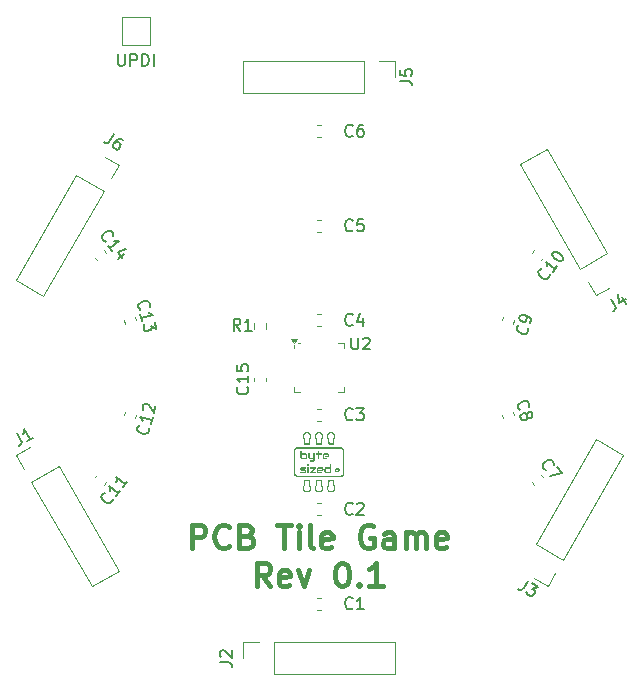
<source format=gbr>
%TF.GenerationSoftware,KiCad,Pcbnew,8.0.8*%
%TF.CreationDate,2025-02-21T18:34:30-05:00*%
%TF.ProjectId,pcb_tile_game,7063625f-7469-46c6-955f-67616d652e6b,0.1*%
%TF.SameCoordinates,Original*%
%TF.FileFunction,Legend,Top*%
%TF.FilePolarity,Positive*%
%FSLAX46Y46*%
G04 Gerber Fmt 4.6, Leading zero omitted, Abs format (unit mm)*
G04 Created by KiCad (PCBNEW 8.0.8) date 2025-02-21 18:34:30*
%MOMM*%
%LPD*%
G01*
G04 APERTURE LIST*
%ADD10C,0.200000*%
%ADD11C,0.400000*%
%ADD12C,0.150000*%
%ADD13C,0.120000*%
%ADD14C,0.000000*%
G04 APERTURE END LIST*
D10*
X123036191Y-53452219D02*
X123036191Y-54261742D01*
X123036191Y-54261742D02*
X123083810Y-54356980D01*
X123083810Y-54356980D02*
X123131429Y-54404600D01*
X123131429Y-54404600D02*
X123226667Y-54452219D01*
X123226667Y-54452219D02*
X123417143Y-54452219D01*
X123417143Y-54452219D02*
X123512381Y-54404600D01*
X123512381Y-54404600D02*
X123560000Y-54356980D01*
X123560000Y-54356980D02*
X123607619Y-54261742D01*
X123607619Y-54261742D02*
X123607619Y-53452219D01*
X124083810Y-54452219D02*
X124083810Y-53452219D01*
X124083810Y-53452219D02*
X124464762Y-53452219D01*
X124464762Y-53452219D02*
X124560000Y-53499838D01*
X124560000Y-53499838D02*
X124607619Y-53547457D01*
X124607619Y-53547457D02*
X124655238Y-53642695D01*
X124655238Y-53642695D02*
X124655238Y-53785552D01*
X124655238Y-53785552D02*
X124607619Y-53880790D01*
X124607619Y-53880790D02*
X124560000Y-53928409D01*
X124560000Y-53928409D02*
X124464762Y-53976028D01*
X124464762Y-53976028D02*
X124083810Y-53976028D01*
X125083810Y-54452219D02*
X125083810Y-53452219D01*
X125083810Y-53452219D02*
X125321905Y-53452219D01*
X125321905Y-53452219D02*
X125464762Y-53499838D01*
X125464762Y-53499838D02*
X125560000Y-53595076D01*
X125560000Y-53595076D02*
X125607619Y-53690314D01*
X125607619Y-53690314D02*
X125655238Y-53880790D01*
X125655238Y-53880790D02*
X125655238Y-54023647D01*
X125655238Y-54023647D02*
X125607619Y-54214123D01*
X125607619Y-54214123D02*
X125560000Y-54309361D01*
X125560000Y-54309361D02*
X125464762Y-54404600D01*
X125464762Y-54404600D02*
X125321905Y-54452219D01*
X125321905Y-54452219D02*
X125083810Y-54452219D01*
X126083810Y-54452219D02*
X126083810Y-53452219D01*
D11*
X129298094Y-95294494D02*
X129298094Y-93294494D01*
X129298094Y-93294494D02*
X130059999Y-93294494D01*
X130059999Y-93294494D02*
X130250475Y-93389732D01*
X130250475Y-93389732D02*
X130345713Y-93484970D01*
X130345713Y-93484970D02*
X130440951Y-93675446D01*
X130440951Y-93675446D02*
X130440951Y-93961160D01*
X130440951Y-93961160D02*
X130345713Y-94151636D01*
X130345713Y-94151636D02*
X130250475Y-94246875D01*
X130250475Y-94246875D02*
X130059999Y-94342113D01*
X130059999Y-94342113D02*
X129298094Y-94342113D01*
X132440951Y-95104017D02*
X132345713Y-95199256D01*
X132345713Y-95199256D02*
X132059999Y-95294494D01*
X132059999Y-95294494D02*
X131869523Y-95294494D01*
X131869523Y-95294494D02*
X131583808Y-95199256D01*
X131583808Y-95199256D02*
X131393332Y-95008779D01*
X131393332Y-95008779D02*
X131298094Y-94818303D01*
X131298094Y-94818303D02*
X131202856Y-94437351D01*
X131202856Y-94437351D02*
X131202856Y-94151636D01*
X131202856Y-94151636D02*
X131298094Y-93770684D01*
X131298094Y-93770684D02*
X131393332Y-93580208D01*
X131393332Y-93580208D02*
X131583808Y-93389732D01*
X131583808Y-93389732D02*
X131869523Y-93294494D01*
X131869523Y-93294494D02*
X132059999Y-93294494D01*
X132059999Y-93294494D02*
X132345713Y-93389732D01*
X132345713Y-93389732D02*
X132440951Y-93484970D01*
X133964761Y-94246875D02*
X134250475Y-94342113D01*
X134250475Y-94342113D02*
X134345713Y-94437351D01*
X134345713Y-94437351D02*
X134440951Y-94627827D01*
X134440951Y-94627827D02*
X134440951Y-94913541D01*
X134440951Y-94913541D02*
X134345713Y-95104017D01*
X134345713Y-95104017D02*
X134250475Y-95199256D01*
X134250475Y-95199256D02*
X134059999Y-95294494D01*
X134059999Y-95294494D02*
X133298094Y-95294494D01*
X133298094Y-95294494D02*
X133298094Y-93294494D01*
X133298094Y-93294494D02*
X133964761Y-93294494D01*
X133964761Y-93294494D02*
X134155237Y-93389732D01*
X134155237Y-93389732D02*
X134250475Y-93484970D01*
X134250475Y-93484970D02*
X134345713Y-93675446D01*
X134345713Y-93675446D02*
X134345713Y-93865922D01*
X134345713Y-93865922D02*
X134250475Y-94056398D01*
X134250475Y-94056398D02*
X134155237Y-94151636D01*
X134155237Y-94151636D02*
X133964761Y-94246875D01*
X133964761Y-94246875D02*
X133298094Y-94246875D01*
X136536190Y-93294494D02*
X137679047Y-93294494D01*
X137107618Y-95294494D02*
X137107618Y-93294494D01*
X138345714Y-95294494D02*
X138345714Y-93961160D01*
X138345714Y-93294494D02*
X138250476Y-93389732D01*
X138250476Y-93389732D02*
X138345714Y-93484970D01*
X138345714Y-93484970D02*
X138440952Y-93389732D01*
X138440952Y-93389732D02*
X138345714Y-93294494D01*
X138345714Y-93294494D02*
X138345714Y-93484970D01*
X139583809Y-95294494D02*
X139393333Y-95199256D01*
X139393333Y-95199256D02*
X139298095Y-95008779D01*
X139298095Y-95008779D02*
X139298095Y-93294494D01*
X141107619Y-95199256D02*
X140917143Y-95294494D01*
X140917143Y-95294494D02*
X140536190Y-95294494D01*
X140536190Y-95294494D02*
X140345714Y-95199256D01*
X140345714Y-95199256D02*
X140250476Y-95008779D01*
X140250476Y-95008779D02*
X140250476Y-94246875D01*
X140250476Y-94246875D02*
X140345714Y-94056398D01*
X140345714Y-94056398D02*
X140536190Y-93961160D01*
X140536190Y-93961160D02*
X140917143Y-93961160D01*
X140917143Y-93961160D02*
X141107619Y-94056398D01*
X141107619Y-94056398D02*
X141202857Y-94246875D01*
X141202857Y-94246875D02*
X141202857Y-94437351D01*
X141202857Y-94437351D02*
X140250476Y-94627827D01*
X144631429Y-93389732D02*
X144440953Y-93294494D01*
X144440953Y-93294494D02*
X144155239Y-93294494D01*
X144155239Y-93294494D02*
X143869524Y-93389732D01*
X143869524Y-93389732D02*
X143679048Y-93580208D01*
X143679048Y-93580208D02*
X143583810Y-93770684D01*
X143583810Y-93770684D02*
X143488572Y-94151636D01*
X143488572Y-94151636D02*
X143488572Y-94437351D01*
X143488572Y-94437351D02*
X143583810Y-94818303D01*
X143583810Y-94818303D02*
X143679048Y-95008779D01*
X143679048Y-95008779D02*
X143869524Y-95199256D01*
X143869524Y-95199256D02*
X144155239Y-95294494D01*
X144155239Y-95294494D02*
X144345715Y-95294494D01*
X144345715Y-95294494D02*
X144631429Y-95199256D01*
X144631429Y-95199256D02*
X144726667Y-95104017D01*
X144726667Y-95104017D02*
X144726667Y-94437351D01*
X144726667Y-94437351D02*
X144345715Y-94437351D01*
X146440953Y-95294494D02*
X146440953Y-94246875D01*
X146440953Y-94246875D02*
X146345715Y-94056398D01*
X146345715Y-94056398D02*
X146155239Y-93961160D01*
X146155239Y-93961160D02*
X145774286Y-93961160D01*
X145774286Y-93961160D02*
X145583810Y-94056398D01*
X146440953Y-95199256D02*
X146250477Y-95294494D01*
X146250477Y-95294494D02*
X145774286Y-95294494D01*
X145774286Y-95294494D02*
X145583810Y-95199256D01*
X145583810Y-95199256D02*
X145488572Y-95008779D01*
X145488572Y-95008779D02*
X145488572Y-94818303D01*
X145488572Y-94818303D02*
X145583810Y-94627827D01*
X145583810Y-94627827D02*
X145774286Y-94532589D01*
X145774286Y-94532589D02*
X146250477Y-94532589D01*
X146250477Y-94532589D02*
X146440953Y-94437351D01*
X147393334Y-95294494D02*
X147393334Y-93961160D01*
X147393334Y-94151636D02*
X147488572Y-94056398D01*
X147488572Y-94056398D02*
X147679048Y-93961160D01*
X147679048Y-93961160D02*
X147964763Y-93961160D01*
X147964763Y-93961160D02*
X148155239Y-94056398D01*
X148155239Y-94056398D02*
X148250477Y-94246875D01*
X148250477Y-94246875D02*
X148250477Y-95294494D01*
X148250477Y-94246875D02*
X148345715Y-94056398D01*
X148345715Y-94056398D02*
X148536191Y-93961160D01*
X148536191Y-93961160D02*
X148821905Y-93961160D01*
X148821905Y-93961160D02*
X149012382Y-94056398D01*
X149012382Y-94056398D02*
X149107620Y-94246875D01*
X149107620Y-94246875D02*
X149107620Y-95294494D01*
X150821906Y-95199256D02*
X150631430Y-95294494D01*
X150631430Y-95294494D02*
X150250477Y-95294494D01*
X150250477Y-95294494D02*
X150060001Y-95199256D01*
X150060001Y-95199256D02*
X149964763Y-95008779D01*
X149964763Y-95008779D02*
X149964763Y-94246875D01*
X149964763Y-94246875D02*
X150060001Y-94056398D01*
X150060001Y-94056398D02*
X150250477Y-93961160D01*
X150250477Y-93961160D02*
X150631430Y-93961160D01*
X150631430Y-93961160D02*
X150821906Y-94056398D01*
X150821906Y-94056398D02*
X150917144Y-94246875D01*
X150917144Y-94246875D02*
X150917144Y-94437351D01*
X150917144Y-94437351D02*
X149964763Y-94627827D01*
X135917142Y-98514382D02*
X135250475Y-97562001D01*
X134774285Y-98514382D02*
X134774285Y-96514382D01*
X134774285Y-96514382D02*
X135536190Y-96514382D01*
X135536190Y-96514382D02*
X135726666Y-96609620D01*
X135726666Y-96609620D02*
X135821904Y-96704858D01*
X135821904Y-96704858D02*
X135917142Y-96895334D01*
X135917142Y-96895334D02*
X135917142Y-97181048D01*
X135917142Y-97181048D02*
X135821904Y-97371524D01*
X135821904Y-97371524D02*
X135726666Y-97466763D01*
X135726666Y-97466763D02*
X135536190Y-97562001D01*
X135536190Y-97562001D02*
X134774285Y-97562001D01*
X137536190Y-98419144D02*
X137345714Y-98514382D01*
X137345714Y-98514382D02*
X136964761Y-98514382D01*
X136964761Y-98514382D02*
X136774285Y-98419144D01*
X136774285Y-98419144D02*
X136679047Y-98228667D01*
X136679047Y-98228667D02*
X136679047Y-97466763D01*
X136679047Y-97466763D02*
X136774285Y-97276286D01*
X136774285Y-97276286D02*
X136964761Y-97181048D01*
X136964761Y-97181048D02*
X137345714Y-97181048D01*
X137345714Y-97181048D02*
X137536190Y-97276286D01*
X137536190Y-97276286D02*
X137631428Y-97466763D01*
X137631428Y-97466763D02*
X137631428Y-97657239D01*
X137631428Y-97657239D02*
X136679047Y-97847715D01*
X138298095Y-97181048D02*
X138774285Y-98514382D01*
X138774285Y-98514382D02*
X139250476Y-97181048D01*
X141917143Y-96514382D02*
X142107620Y-96514382D01*
X142107620Y-96514382D02*
X142298096Y-96609620D01*
X142298096Y-96609620D02*
X142393334Y-96704858D01*
X142393334Y-96704858D02*
X142488572Y-96895334D01*
X142488572Y-96895334D02*
X142583810Y-97276286D01*
X142583810Y-97276286D02*
X142583810Y-97752477D01*
X142583810Y-97752477D02*
X142488572Y-98133429D01*
X142488572Y-98133429D02*
X142393334Y-98323905D01*
X142393334Y-98323905D02*
X142298096Y-98419144D01*
X142298096Y-98419144D02*
X142107620Y-98514382D01*
X142107620Y-98514382D02*
X141917143Y-98514382D01*
X141917143Y-98514382D02*
X141726667Y-98419144D01*
X141726667Y-98419144D02*
X141631429Y-98323905D01*
X141631429Y-98323905D02*
X141536191Y-98133429D01*
X141536191Y-98133429D02*
X141440953Y-97752477D01*
X141440953Y-97752477D02*
X141440953Y-97276286D01*
X141440953Y-97276286D02*
X141536191Y-96895334D01*
X141536191Y-96895334D02*
X141631429Y-96704858D01*
X141631429Y-96704858D02*
X141726667Y-96609620D01*
X141726667Y-96609620D02*
X141917143Y-96514382D01*
X143440953Y-98323905D02*
X143536191Y-98419144D01*
X143536191Y-98419144D02*
X143440953Y-98514382D01*
X143440953Y-98514382D02*
X143345715Y-98419144D01*
X143345715Y-98419144D02*
X143440953Y-98323905D01*
X143440953Y-98323905D02*
X143440953Y-98514382D01*
X145440953Y-98514382D02*
X144298096Y-98514382D01*
X144869524Y-98514382D02*
X144869524Y-96514382D01*
X144869524Y-96514382D02*
X144679048Y-96800096D01*
X144679048Y-96800096D02*
X144488572Y-96990572D01*
X144488572Y-96990572D02*
X144298096Y-97085810D01*
D12*
X142893333Y-92359580D02*
X142845714Y-92407200D01*
X142845714Y-92407200D02*
X142702857Y-92454819D01*
X142702857Y-92454819D02*
X142607619Y-92454819D01*
X142607619Y-92454819D02*
X142464762Y-92407200D01*
X142464762Y-92407200D02*
X142369524Y-92311961D01*
X142369524Y-92311961D02*
X142321905Y-92216723D01*
X142321905Y-92216723D02*
X142274286Y-92026247D01*
X142274286Y-92026247D02*
X142274286Y-91883390D01*
X142274286Y-91883390D02*
X142321905Y-91692914D01*
X142321905Y-91692914D02*
X142369524Y-91597676D01*
X142369524Y-91597676D02*
X142464762Y-91502438D01*
X142464762Y-91502438D02*
X142607619Y-91454819D01*
X142607619Y-91454819D02*
X142702857Y-91454819D01*
X142702857Y-91454819D02*
X142845714Y-91502438D01*
X142845714Y-91502438D02*
X142893333Y-91550057D01*
X143274286Y-91550057D02*
X143321905Y-91502438D01*
X143321905Y-91502438D02*
X143417143Y-91454819D01*
X143417143Y-91454819D02*
X143655238Y-91454819D01*
X143655238Y-91454819D02*
X143750476Y-91502438D01*
X143750476Y-91502438D02*
X143798095Y-91550057D01*
X143798095Y-91550057D02*
X143845714Y-91645295D01*
X143845714Y-91645295D02*
X143845714Y-91740533D01*
X143845714Y-91740533D02*
X143798095Y-91883390D01*
X143798095Y-91883390D02*
X143226667Y-92454819D01*
X143226667Y-92454819D02*
X143845714Y-92454819D01*
X124927561Y-75102003D02*
X124869240Y-75068331D01*
X124869240Y-75068331D02*
X124786269Y-74942666D01*
X124786269Y-74942666D02*
X124761620Y-74850673D01*
X124761620Y-74850673D02*
X124770642Y-74700359D01*
X124770642Y-74700359D02*
X124837986Y-74583717D01*
X124837986Y-74583717D02*
X124917654Y-74513071D01*
X124917654Y-74513071D02*
X125089315Y-74417775D01*
X125089315Y-74417775D02*
X125227305Y-74380801D01*
X125227305Y-74380801D02*
X125423615Y-74377499D01*
X125423615Y-74377499D02*
X125527933Y-74398846D01*
X125527933Y-74398846D02*
X125644575Y-74466189D01*
X125644575Y-74466189D02*
X125727546Y-74591854D01*
X125727546Y-74591854D02*
X125752195Y-74683847D01*
X125752195Y-74683847D02*
X125743173Y-74834161D01*
X125743173Y-74834161D02*
X125709501Y-74892482D01*
X125082063Y-76046581D02*
X124934166Y-75494624D01*
X125008114Y-75770603D02*
X125974040Y-75511783D01*
X125974040Y-75511783D02*
X125811401Y-75456765D01*
X125811401Y-75456765D02*
X125694759Y-75389421D01*
X125694759Y-75389421D02*
X125624113Y-75309753D01*
X126134262Y-76109738D02*
X126294483Y-76707692D01*
X126294483Y-76707692D02*
X125840238Y-76484314D01*
X125840238Y-76484314D02*
X125877212Y-76622304D01*
X125877212Y-76622304D02*
X125855865Y-76726621D01*
X125855865Y-76726621D02*
X125822193Y-76784942D01*
X125822193Y-76784942D02*
X125742525Y-76855588D01*
X125742525Y-76855588D02*
X125512543Y-76917212D01*
X125512543Y-76917212D02*
X125408225Y-76895865D01*
X125408225Y-76895865D02*
X125349904Y-76862193D01*
X125349904Y-76862193D02*
X125279258Y-76782525D01*
X125279258Y-76782525D02*
X125205310Y-76506546D01*
X125205310Y-76506546D02*
X125226657Y-76402228D01*
X125226657Y-76402228D02*
X125260329Y-76343907D01*
X142893333Y-84359580D02*
X142845714Y-84407200D01*
X142845714Y-84407200D02*
X142702857Y-84454819D01*
X142702857Y-84454819D02*
X142607619Y-84454819D01*
X142607619Y-84454819D02*
X142464762Y-84407200D01*
X142464762Y-84407200D02*
X142369524Y-84311961D01*
X142369524Y-84311961D02*
X142321905Y-84216723D01*
X142321905Y-84216723D02*
X142274286Y-84026247D01*
X142274286Y-84026247D02*
X142274286Y-83883390D01*
X142274286Y-83883390D02*
X142321905Y-83692914D01*
X142321905Y-83692914D02*
X142369524Y-83597676D01*
X142369524Y-83597676D02*
X142464762Y-83502438D01*
X142464762Y-83502438D02*
X142607619Y-83454819D01*
X142607619Y-83454819D02*
X142702857Y-83454819D01*
X142702857Y-83454819D02*
X142845714Y-83502438D01*
X142845714Y-83502438D02*
X142893333Y-83550057D01*
X143226667Y-83454819D02*
X143845714Y-83454819D01*
X143845714Y-83454819D02*
X143512381Y-83835771D01*
X143512381Y-83835771D02*
X143655238Y-83835771D01*
X143655238Y-83835771D02*
X143750476Y-83883390D01*
X143750476Y-83883390D02*
X143798095Y-83931009D01*
X143798095Y-83931009D02*
X143845714Y-84026247D01*
X143845714Y-84026247D02*
X143845714Y-84264342D01*
X143845714Y-84264342D02*
X143798095Y-84359580D01*
X143798095Y-84359580D02*
X143750476Y-84407200D01*
X143750476Y-84407200D02*
X143655238Y-84454819D01*
X143655238Y-84454819D02*
X143369524Y-84454819D01*
X143369524Y-84454819D02*
X143274286Y-84407200D01*
X143274286Y-84407200D02*
X143226667Y-84359580D01*
X131664819Y-104933333D02*
X132379104Y-104933333D01*
X132379104Y-104933333D02*
X132521961Y-104980952D01*
X132521961Y-104980952D02*
X132617200Y-105076190D01*
X132617200Y-105076190D02*
X132664819Y-105219047D01*
X132664819Y-105219047D02*
X132664819Y-105314285D01*
X131760057Y-104504761D02*
X131712438Y-104457142D01*
X131712438Y-104457142D02*
X131664819Y-104361904D01*
X131664819Y-104361904D02*
X131664819Y-104123809D01*
X131664819Y-104123809D02*
X131712438Y-104028571D01*
X131712438Y-104028571D02*
X131760057Y-103980952D01*
X131760057Y-103980952D02*
X131855295Y-103933333D01*
X131855295Y-103933333D02*
X131950533Y-103933333D01*
X131950533Y-103933333D02*
X132093390Y-103980952D01*
X132093390Y-103980952D02*
X132664819Y-104552380D01*
X132664819Y-104552380D02*
X132664819Y-103933333D01*
X133393333Y-76867319D02*
X133060000Y-76391128D01*
X132821905Y-76867319D02*
X132821905Y-75867319D01*
X132821905Y-75867319D02*
X133202857Y-75867319D01*
X133202857Y-75867319D02*
X133298095Y-75914938D01*
X133298095Y-75914938D02*
X133345714Y-75962557D01*
X133345714Y-75962557D02*
X133393333Y-76057795D01*
X133393333Y-76057795D02*
X133393333Y-76200652D01*
X133393333Y-76200652D02*
X133345714Y-76295890D01*
X133345714Y-76295890D02*
X133298095Y-76343509D01*
X133298095Y-76343509D02*
X133202857Y-76391128D01*
X133202857Y-76391128D02*
X132821905Y-76391128D01*
X134345714Y-76867319D02*
X133774286Y-76867319D01*
X134060000Y-76867319D02*
X134060000Y-75867319D01*
X134060000Y-75867319D02*
X133964762Y-76010176D01*
X133964762Y-76010176D02*
X133869524Y-76105414D01*
X133869524Y-76105414D02*
X133774286Y-76153033D01*
X159574426Y-72108354D02*
X159582633Y-72175196D01*
X159582633Y-72175196D02*
X159532206Y-72317086D01*
X159532206Y-72317086D02*
X159473571Y-72392134D01*
X159473571Y-72392134D02*
X159348095Y-72475390D01*
X159348095Y-72475390D02*
X159214412Y-72491804D01*
X159214412Y-72491804D02*
X159110046Y-72470694D01*
X159110046Y-72470694D02*
X158930632Y-72390950D01*
X158930632Y-72390950D02*
X158818059Y-72302998D01*
X158818059Y-72302998D02*
X158697279Y-72148205D01*
X158697279Y-72148205D02*
X158651547Y-72052046D01*
X158651547Y-72052046D02*
X158635133Y-71918363D01*
X158635133Y-71918363D02*
X158685560Y-71776473D01*
X158685560Y-71776473D02*
X158744195Y-71701424D01*
X158744195Y-71701424D02*
X158869671Y-71618169D01*
X158869671Y-71618169D02*
X158936512Y-71609961D01*
X160235819Y-71416502D02*
X159884012Y-71866794D01*
X160059915Y-71641648D02*
X159271905Y-71025986D01*
X159271905Y-71025986D02*
X159325843Y-71188987D01*
X159325843Y-71188987D02*
X159342257Y-71322670D01*
X159342257Y-71322670D02*
X159321147Y-71427036D01*
X159828932Y-70313024D02*
X159887566Y-70237976D01*
X159887566Y-70237976D02*
X159983725Y-70192244D01*
X159983725Y-70192244D02*
X160050566Y-70184037D01*
X160050566Y-70184037D02*
X160154932Y-70205147D01*
X160154932Y-70205147D02*
X160334347Y-70284892D01*
X160334347Y-70284892D02*
X160521968Y-70431478D01*
X160521968Y-70431478D02*
X160642748Y-70586271D01*
X160642748Y-70586271D02*
X160688480Y-70682430D01*
X160688480Y-70682430D02*
X160696687Y-70749271D01*
X160696687Y-70749271D02*
X160675577Y-70853637D01*
X160675577Y-70853637D02*
X160616942Y-70928686D01*
X160616942Y-70928686D02*
X160520784Y-70974417D01*
X160520784Y-70974417D02*
X160453942Y-70982624D01*
X160453942Y-70982624D02*
X160349576Y-70961514D01*
X160349576Y-70961514D02*
X160170162Y-70881770D01*
X160170162Y-70881770D02*
X159982540Y-70735184D01*
X159982540Y-70735184D02*
X159861760Y-70580390D01*
X159861760Y-70580390D02*
X159816029Y-70484232D01*
X159816029Y-70484232D02*
X159807822Y-70417390D01*
X159807822Y-70417390D02*
X159828932Y-70313024D01*
X133989580Y-81642857D02*
X134037200Y-81690476D01*
X134037200Y-81690476D02*
X134084819Y-81833333D01*
X134084819Y-81833333D02*
X134084819Y-81928571D01*
X134084819Y-81928571D02*
X134037200Y-82071428D01*
X134037200Y-82071428D02*
X133941961Y-82166666D01*
X133941961Y-82166666D02*
X133846723Y-82214285D01*
X133846723Y-82214285D02*
X133656247Y-82261904D01*
X133656247Y-82261904D02*
X133513390Y-82261904D01*
X133513390Y-82261904D02*
X133322914Y-82214285D01*
X133322914Y-82214285D02*
X133227676Y-82166666D01*
X133227676Y-82166666D02*
X133132438Y-82071428D01*
X133132438Y-82071428D02*
X133084819Y-81928571D01*
X133084819Y-81928571D02*
X133084819Y-81833333D01*
X133084819Y-81833333D02*
X133132438Y-81690476D01*
X133132438Y-81690476D02*
X133180057Y-81642857D01*
X134084819Y-80690476D02*
X134084819Y-81261904D01*
X134084819Y-80976190D02*
X133084819Y-80976190D01*
X133084819Y-80976190D02*
X133227676Y-81071428D01*
X133227676Y-81071428D02*
X133322914Y-81166666D01*
X133322914Y-81166666D02*
X133370533Y-81261904D01*
X133084819Y-79785714D02*
X133084819Y-80261904D01*
X133084819Y-80261904D02*
X133561009Y-80309523D01*
X133561009Y-80309523D02*
X133513390Y-80261904D01*
X133513390Y-80261904D02*
X133465771Y-80166666D01*
X133465771Y-80166666D02*
X133465771Y-79928571D01*
X133465771Y-79928571D02*
X133513390Y-79833333D01*
X133513390Y-79833333D02*
X133561009Y-79785714D01*
X133561009Y-79785714D02*
X133656247Y-79738095D01*
X133656247Y-79738095D02*
X133894342Y-79738095D01*
X133894342Y-79738095D02*
X133989580Y-79785714D01*
X133989580Y-79785714D02*
X134037200Y-79833333D01*
X134037200Y-79833333D02*
X134084819Y-79928571D01*
X134084819Y-79928571D02*
X134084819Y-80166666D01*
X134084819Y-80166666D02*
X134037200Y-80261904D01*
X134037200Y-80261904D02*
X133989580Y-80309523D01*
X142893333Y-68359580D02*
X142845714Y-68407200D01*
X142845714Y-68407200D02*
X142702857Y-68454819D01*
X142702857Y-68454819D02*
X142607619Y-68454819D01*
X142607619Y-68454819D02*
X142464762Y-68407200D01*
X142464762Y-68407200D02*
X142369524Y-68311961D01*
X142369524Y-68311961D02*
X142321905Y-68216723D01*
X142321905Y-68216723D02*
X142274286Y-68026247D01*
X142274286Y-68026247D02*
X142274286Y-67883390D01*
X142274286Y-67883390D02*
X142321905Y-67692914D01*
X142321905Y-67692914D02*
X142369524Y-67597676D01*
X142369524Y-67597676D02*
X142464762Y-67502438D01*
X142464762Y-67502438D02*
X142607619Y-67454819D01*
X142607619Y-67454819D02*
X142702857Y-67454819D01*
X142702857Y-67454819D02*
X142845714Y-67502438D01*
X142845714Y-67502438D02*
X142893333Y-67550057D01*
X143798095Y-67454819D02*
X143321905Y-67454819D01*
X143321905Y-67454819D02*
X143274286Y-67931009D01*
X143274286Y-67931009D02*
X143321905Y-67883390D01*
X143321905Y-67883390D02*
X143417143Y-67835771D01*
X143417143Y-67835771D02*
X143655238Y-67835771D01*
X143655238Y-67835771D02*
X143750476Y-67883390D01*
X143750476Y-67883390D02*
X143798095Y-67931009D01*
X143798095Y-67931009D02*
X143845714Y-68026247D01*
X143845714Y-68026247D02*
X143845714Y-68264342D01*
X143845714Y-68264342D02*
X143798095Y-68359580D01*
X143798095Y-68359580D02*
X143750476Y-68407200D01*
X143750476Y-68407200D02*
X143655238Y-68454819D01*
X143655238Y-68454819D02*
X143417143Y-68454819D01*
X143417143Y-68454819D02*
X143321905Y-68407200D01*
X143321905Y-68407200D02*
X143274286Y-68359580D01*
X157050809Y-83561968D02*
X156992487Y-83528296D01*
X156992487Y-83528296D02*
X156909517Y-83402631D01*
X156909517Y-83402631D02*
X156884867Y-83310638D01*
X156884867Y-83310638D02*
X156893890Y-83160324D01*
X156893890Y-83160324D02*
X156961233Y-83043682D01*
X156961233Y-83043682D02*
X157040901Y-82973036D01*
X157040901Y-82973036D02*
X157212563Y-82877741D01*
X157212563Y-82877741D02*
X157350552Y-82840766D01*
X157350552Y-82840766D02*
X157546863Y-82837464D01*
X157546863Y-82837464D02*
X157651180Y-82858811D01*
X157651180Y-82858811D02*
X157767823Y-82926155D01*
X157767823Y-82926155D02*
X157850793Y-83051819D01*
X157850793Y-83051819D02*
X157875443Y-83143812D01*
X157875443Y-83143812D02*
X157866420Y-83294126D01*
X157866420Y-83294126D02*
X157832749Y-83352448D01*
X157658670Y-83990678D02*
X157680017Y-83886361D01*
X157680017Y-83886361D02*
X157713689Y-83828039D01*
X157713689Y-83828039D02*
X157793357Y-83757393D01*
X157793357Y-83757393D02*
X157839353Y-83745069D01*
X157839353Y-83745069D02*
X157943671Y-83766416D01*
X157943671Y-83766416D02*
X158001992Y-83800088D01*
X158001992Y-83800088D02*
X158072638Y-83879756D01*
X158072638Y-83879756D02*
X158121937Y-84063742D01*
X158121937Y-84063742D02*
X158100590Y-84168059D01*
X158100590Y-84168059D02*
X158066918Y-84226380D01*
X158066918Y-84226380D02*
X157987250Y-84297026D01*
X157987250Y-84297026D02*
X157941253Y-84309351D01*
X157941253Y-84309351D02*
X157836936Y-84288004D01*
X157836936Y-84288004D02*
X157778615Y-84254332D01*
X157778615Y-84254332D02*
X157707969Y-84174664D01*
X157707969Y-84174664D02*
X157658670Y-83990678D01*
X157658670Y-83990678D02*
X157588024Y-83911010D01*
X157588024Y-83911010D02*
X157529703Y-83877338D01*
X157529703Y-83877338D02*
X157425385Y-83855991D01*
X157425385Y-83855991D02*
X157241399Y-83905290D01*
X157241399Y-83905290D02*
X157161731Y-83975936D01*
X157161731Y-83975936D02*
X157128059Y-84034257D01*
X157128059Y-84034257D02*
X157106712Y-84138575D01*
X157106712Y-84138575D02*
X157156011Y-84322561D01*
X157156011Y-84322561D02*
X157226657Y-84402229D01*
X157226657Y-84402229D02*
X157284978Y-84435901D01*
X157284978Y-84435901D02*
X157389296Y-84457248D01*
X157389296Y-84457248D02*
X157573282Y-84407949D01*
X157573282Y-84407949D02*
X157652950Y-84337303D01*
X157652950Y-84337303D02*
X157686622Y-84278982D01*
X157686622Y-84278982D02*
X157707969Y-84174664D01*
X142893333Y-60359580D02*
X142845714Y-60407200D01*
X142845714Y-60407200D02*
X142702857Y-60454819D01*
X142702857Y-60454819D02*
X142607619Y-60454819D01*
X142607619Y-60454819D02*
X142464762Y-60407200D01*
X142464762Y-60407200D02*
X142369524Y-60311961D01*
X142369524Y-60311961D02*
X142321905Y-60216723D01*
X142321905Y-60216723D02*
X142274286Y-60026247D01*
X142274286Y-60026247D02*
X142274286Y-59883390D01*
X142274286Y-59883390D02*
X142321905Y-59692914D01*
X142321905Y-59692914D02*
X142369524Y-59597676D01*
X142369524Y-59597676D02*
X142464762Y-59502438D01*
X142464762Y-59502438D02*
X142607619Y-59454819D01*
X142607619Y-59454819D02*
X142702857Y-59454819D01*
X142702857Y-59454819D02*
X142845714Y-59502438D01*
X142845714Y-59502438D02*
X142893333Y-59550057D01*
X143750476Y-59454819D02*
X143560000Y-59454819D01*
X143560000Y-59454819D02*
X143464762Y-59502438D01*
X143464762Y-59502438D02*
X143417143Y-59550057D01*
X143417143Y-59550057D02*
X143321905Y-59692914D01*
X143321905Y-59692914D02*
X143274286Y-59883390D01*
X143274286Y-59883390D02*
X143274286Y-60264342D01*
X143274286Y-60264342D02*
X143321905Y-60359580D01*
X143321905Y-60359580D02*
X143369524Y-60407200D01*
X143369524Y-60407200D02*
X143464762Y-60454819D01*
X143464762Y-60454819D02*
X143655238Y-60454819D01*
X143655238Y-60454819D02*
X143750476Y-60407200D01*
X143750476Y-60407200D02*
X143798095Y-60359580D01*
X143798095Y-60359580D02*
X143845714Y-60264342D01*
X143845714Y-60264342D02*
X143845714Y-60026247D01*
X143845714Y-60026247D02*
X143798095Y-59931009D01*
X143798095Y-59931009D02*
X143750476Y-59883390D01*
X143750476Y-59883390D02*
X143655238Y-59835771D01*
X143655238Y-59835771D02*
X143464762Y-59835771D01*
X143464762Y-59835771D02*
X143369524Y-59883390D01*
X143369524Y-59883390D02*
X143321905Y-59931009D01*
X143321905Y-59931009D02*
X143274286Y-60026247D01*
X157738915Y-98068440D02*
X157381772Y-98687030D01*
X157381772Y-98687030D02*
X157269104Y-98786938D01*
X157269104Y-98786938D02*
X157139006Y-98821798D01*
X157139006Y-98821798D02*
X156991479Y-98791608D01*
X156991479Y-98791608D02*
X156909000Y-98743989D01*
X158068829Y-98258917D02*
X158604940Y-98568440D01*
X158604940Y-98568440D02*
X158125789Y-98731688D01*
X158125789Y-98731688D02*
X158249507Y-98803117D01*
X158249507Y-98803117D02*
X158308176Y-98891975D01*
X158308176Y-98891975D02*
X158325606Y-98957024D01*
X158325606Y-98957024D02*
X158319226Y-99063312D01*
X158319226Y-99063312D02*
X158200178Y-99269509D01*
X158200178Y-99269509D02*
X158111320Y-99328178D01*
X158111320Y-99328178D02*
X158046271Y-99345607D01*
X158046271Y-99345607D02*
X157939983Y-99339228D01*
X157939983Y-99339228D02*
X157692547Y-99196370D01*
X157692547Y-99196370D02*
X157633878Y-99107512D01*
X157633878Y-99107512D02*
X157616448Y-99042463D01*
X122007719Y-69334405D02*
X121940878Y-69326198D01*
X121940878Y-69326198D02*
X121815402Y-69242942D01*
X121815402Y-69242942D02*
X121756768Y-69167894D01*
X121756768Y-69167894D02*
X121706340Y-69026004D01*
X121706340Y-69026004D02*
X121722754Y-68892321D01*
X121722754Y-68892321D02*
X121768486Y-68796162D01*
X121768486Y-68796162D02*
X121889266Y-68641369D01*
X121889266Y-68641369D02*
X122001839Y-68553417D01*
X122001839Y-68553417D02*
X122181253Y-68473672D01*
X122181253Y-68473672D02*
X122285619Y-68452562D01*
X122285619Y-68452562D02*
X122419302Y-68468977D01*
X122419302Y-68468977D02*
X122544778Y-68552232D01*
X122544778Y-68552232D02*
X122603413Y-68627281D01*
X122603413Y-68627281D02*
X122653840Y-68769171D01*
X122653840Y-68769171D02*
X122645633Y-68836013D01*
X122519015Y-70143526D02*
X122167208Y-69693234D01*
X122343112Y-69918380D02*
X123131123Y-69302719D01*
X123131123Y-69302719D02*
X122959915Y-69315622D01*
X122959915Y-69315622D02*
X122826232Y-69299207D01*
X122826232Y-69299207D02*
X122730073Y-69253476D01*
X123572065Y-70408523D02*
X123046725Y-70818964D01*
X123725674Y-69986364D02*
X123016223Y-70238500D01*
X123016223Y-70238500D02*
X123397347Y-70726316D01*
X125622218Y-85084129D02*
X125655890Y-85142450D01*
X125655890Y-85142450D02*
X125664912Y-85292765D01*
X125664912Y-85292765D02*
X125640263Y-85384758D01*
X125640263Y-85384758D02*
X125557292Y-85510422D01*
X125557292Y-85510422D02*
X125440650Y-85577766D01*
X125440650Y-85577766D02*
X125336332Y-85599113D01*
X125336332Y-85599113D02*
X125140022Y-85595810D01*
X125140022Y-85595810D02*
X125002032Y-85558836D01*
X125002032Y-85558836D02*
X124830371Y-85463541D01*
X124830371Y-85463541D02*
X124750703Y-85392895D01*
X124750703Y-85392895D02*
X124683359Y-85276253D01*
X124683359Y-85276253D02*
X124674337Y-85125938D01*
X124674337Y-85125938D02*
X124698987Y-85033946D01*
X124698987Y-85033946D02*
X124781957Y-84908281D01*
X124781957Y-84908281D02*
X124840278Y-84874609D01*
X125960706Y-84188849D02*
X125812809Y-84740807D01*
X125886757Y-84464828D02*
X124920831Y-84206009D01*
X124920831Y-84206009D02*
X125034171Y-84334976D01*
X125034171Y-84334976D02*
X125101515Y-84451619D01*
X125101515Y-84451619D02*
X125122862Y-84555936D01*
X125185370Y-83586708D02*
X125151699Y-83528387D01*
X125151699Y-83528387D02*
X125130352Y-83424069D01*
X125130352Y-83424069D02*
X125191975Y-83194087D01*
X125191975Y-83194087D02*
X125262621Y-83114419D01*
X125262621Y-83114419D02*
X125320942Y-83080747D01*
X125320942Y-83080747D02*
X125425260Y-83059400D01*
X125425260Y-83059400D02*
X125517253Y-83084049D01*
X125517253Y-83084049D02*
X125642918Y-83167020D01*
X125642918Y-83167020D02*
X126046979Y-83866874D01*
X126046979Y-83866874D02*
X126207200Y-83268920D01*
X122668915Y-60262893D02*
X122311772Y-60881483D01*
X122311772Y-60881483D02*
X122199104Y-60981391D01*
X122199104Y-60981391D02*
X122069006Y-61016251D01*
X122069006Y-61016251D02*
X121921479Y-60986061D01*
X121921479Y-60986061D02*
X121839000Y-60938442D01*
X123452462Y-60715274D02*
X123287504Y-60620036D01*
X123287504Y-60620036D02*
X123181216Y-60613656D01*
X123181216Y-60613656D02*
X123116168Y-60631086D01*
X123116168Y-60631086D02*
X122962260Y-60707185D01*
X122962260Y-60707185D02*
X122825783Y-60848333D01*
X122825783Y-60848333D02*
X122635307Y-61178247D01*
X122635307Y-61178247D02*
X122628927Y-61284535D01*
X122628927Y-61284535D02*
X122646357Y-61349584D01*
X122646357Y-61349584D02*
X122705026Y-61438443D01*
X122705026Y-61438443D02*
X122869983Y-61533681D01*
X122869983Y-61533681D02*
X122976271Y-61540060D01*
X122976271Y-61540060D02*
X123041320Y-61522631D01*
X123041320Y-61522631D02*
X123130178Y-61463962D01*
X123130178Y-61463962D02*
X123249226Y-61257765D01*
X123249226Y-61257765D02*
X123255606Y-61151477D01*
X123255606Y-61151477D02*
X123238176Y-61086428D01*
X123238176Y-61086428D02*
X123179507Y-60997570D01*
X123179507Y-60997570D02*
X123014550Y-60902332D01*
X123014550Y-60902332D02*
X122908262Y-60895952D01*
X122908262Y-60895952D02*
X122843213Y-60913382D01*
X122843213Y-60913382D02*
X122754354Y-60972051D01*
X159300891Y-88709649D02*
X159234049Y-88701442D01*
X159234049Y-88701442D02*
X159108573Y-88618186D01*
X159108573Y-88618186D02*
X159049939Y-88543137D01*
X159049939Y-88543137D02*
X158999512Y-88401247D01*
X158999512Y-88401247D02*
X159015926Y-88267564D01*
X159015926Y-88267564D02*
X159061657Y-88171405D01*
X159061657Y-88171405D02*
X159182437Y-88016612D01*
X159182437Y-88016612D02*
X159295010Y-87928661D01*
X159295010Y-87928661D02*
X159474425Y-87848916D01*
X159474425Y-87848916D02*
X159578791Y-87827806D01*
X159578791Y-87827806D02*
X159712474Y-87844220D01*
X159712474Y-87844220D02*
X159837950Y-87927476D01*
X159837950Y-87927476D02*
X159896584Y-88002525D01*
X159896584Y-88002525D02*
X159947011Y-88144415D01*
X159947011Y-88144415D02*
X159938804Y-88211256D01*
X160219073Y-88415292D02*
X160629514Y-88940633D01*
X160629514Y-88940633D02*
X159577649Y-89218575D01*
X142893333Y-100359580D02*
X142845714Y-100407200D01*
X142845714Y-100407200D02*
X142702857Y-100454819D01*
X142702857Y-100454819D02*
X142607619Y-100454819D01*
X142607619Y-100454819D02*
X142464762Y-100407200D01*
X142464762Y-100407200D02*
X142369524Y-100311961D01*
X142369524Y-100311961D02*
X142321905Y-100216723D01*
X142321905Y-100216723D02*
X142274286Y-100026247D01*
X142274286Y-100026247D02*
X142274286Y-99883390D01*
X142274286Y-99883390D02*
X142321905Y-99692914D01*
X142321905Y-99692914D02*
X142369524Y-99597676D01*
X142369524Y-99597676D02*
X142464762Y-99502438D01*
X142464762Y-99502438D02*
X142607619Y-99454819D01*
X142607619Y-99454819D02*
X142702857Y-99454819D01*
X142702857Y-99454819D02*
X142845714Y-99502438D01*
X142845714Y-99502438D02*
X142893333Y-99550057D01*
X143845714Y-100454819D02*
X143274286Y-100454819D01*
X143560000Y-100454819D02*
X143560000Y-99454819D01*
X143560000Y-99454819D02*
X143464762Y-99597676D01*
X143464762Y-99597676D02*
X143369524Y-99692914D01*
X143369524Y-99692914D02*
X143274286Y-99740533D01*
X164787083Y-74169344D02*
X165144226Y-74787933D01*
X165144226Y-74787933D02*
X165174415Y-74935461D01*
X165174415Y-74935461D02*
X165139555Y-75065558D01*
X165139555Y-75065558D02*
X165039647Y-75178226D01*
X165039647Y-75178226D02*
X164957168Y-75225845D01*
X165737296Y-74005638D02*
X166070630Y-74582988D01*
X165340624Y-73794771D02*
X165491570Y-74532408D01*
X165491570Y-74532408D02*
X166027681Y-74222884D01*
X157745466Y-76624164D02*
X157779137Y-76682485D01*
X157779137Y-76682485D02*
X157788160Y-76832799D01*
X157788160Y-76832799D02*
X157763510Y-76924792D01*
X157763510Y-76924792D02*
X157680540Y-77050457D01*
X157680540Y-77050457D02*
X157563897Y-77117801D01*
X157563897Y-77117801D02*
X157459580Y-77139148D01*
X157459580Y-77139148D02*
X157263269Y-77135845D01*
X157263269Y-77135845D02*
X157125280Y-77098871D01*
X157125280Y-77098871D02*
X156953618Y-77003576D01*
X156953618Y-77003576D02*
X156873950Y-76932930D01*
X156873950Y-76932930D02*
X156806607Y-76816287D01*
X156806607Y-76816287D02*
X156797584Y-76665973D01*
X156797584Y-76665973D02*
X156822234Y-76573980D01*
X156822234Y-76573980D02*
X156905205Y-76448316D01*
X156905205Y-76448316D02*
X156963526Y-76414644D01*
X157960706Y-76188849D02*
X158010005Y-76004863D01*
X158010005Y-76004863D02*
X157988658Y-75900545D01*
X157988658Y-75900545D02*
X157954986Y-75842224D01*
X157954986Y-75842224D02*
X157841646Y-75713257D01*
X157841646Y-75713257D02*
X157669985Y-75617962D01*
X157669985Y-75617962D02*
X157302013Y-75519364D01*
X157302013Y-75519364D02*
X157197695Y-75540711D01*
X157197695Y-75540711D02*
X157139374Y-75574383D01*
X157139374Y-75574383D02*
X157068728Y-75654051D01*
X157068728Y-75654051D02*
X157019429Y-75838037D01*
X157019429Y-75838037D02*
X157040776Y-75942355D01*
X157040776Y-75942355D02*
X157074448Y-76000676D01*
X157074448Y-76000676D02*
X157154116Y-76071322D01*
X157154116Y-76071322D02*
X157384099Y-76132945D01*
X157384099Y-76132945D02*
X157488416Y-76111598D01*
X157488416Y-76111598D02*
X157546738Y-76077926D01*
X157546738Y-76077926D02*
X157617383Y-75998258D01*
X157617383Y-75998258D02*
X157666682Y-75814272D01*
X157666682Y-75814272D02*
X157645335Y-75709955D01*
X157645335Y-75709955D02*
X157611664Y-75651633D01*
X157611664Y-75651633D02*
X157531995Y-75580988D01*
X114493734Y-85577278D02*
X114850877Y-86195867D01*
X114850877Y-86195867D02*
X114881066Y-86343395D01*
X114881066Y-86343395D02*
X114846206Y-86473492D01*
X114846206Y-86473492D02*
X114746298Y-86586160D01*
X114746298Y-86586160D02*
X114663819Y-86633779D01*
X115859759Y-85943303D02*
X115364888Y-86229017D01*
X115612324Y-86086160D02*
X115112324Y-85220135D01*
X115112324Y-85220135D02*
X115101274Y-85391472D01*
X115101274Y-85391472D02*
X115066414Y-85521569D01*
X115066414Y-85521569D02*
X115007745Y-85610428D01*
X142893333Y-76359580D02*
X142845714Y-76407200D01*
X142845714Y-76407200D02*
X142702857Y-76454819D01*
X142702857Y-76454819D02*
X142607619Y-76454819D01*
X142607619Y-76454819D02*
X142464762Y-76407200D01*
X142464762Y-76407200D02*
X142369524Y-76311961D01*
X142369524Y-76311961D02*
X142321905Y-76216723D01*
X142321905Y-76216723D02*
X142274286Y-76026247D01*
X142274286Y-76026247D02*
X142274286Y-75883390D01*
X142274286Y-75883390D02*
X142321905Y-75692914D01*
X142321905Y-75692914D02*
X142369524Y-75597676D01*
X142369524Y-75597676D02*
X142464762Y-75502438D01*
X142464762Y-75502438D02*
X142607619Y-75454819D01*
X142607619Y-75454819D02*
X142702857Y-75454819D01*
X142702857Y-75454819D02*
X142845714Y-75502438D01*
X142845714Y-75502438D02*
X142893333Y-75550057D01*
X143750476Y-75788152D02*
X143750476Y-76454819D01*
X143512381Y-75407200D02*
X143274286Y-76121485D01*
X143274286Y-76121485D02*
X143893333Y-76121485D01*
X146924819Y-55733333D02*
X147639104Y-55733333D01*
X147639104Y-55733333D02*
X147781961Y-55780952D01*
X147781961Y-55780952D02*
X147877200Y-55876190D01*
X147877200Y-55876190D02*
X147924819Y-56019047D01*
X147924819Y-56019047D02*
X147924819Y-56114285D01*
X146924819Y-54780952D02*
X146924819Y-55257142D01*
X146924819Y-55257142D02*
X147401009Y-55304761D01*
X147401009Y-55304761D02*
X147353390Y-55257142D01*
X147353390Y-55257142D02*
X147305771Y-55161904D01*
X147305771Y-55161904D02*
X147305771Y-54923809D01*
X147305771Y-54923809D02*
X147353390Y-54828571D01*
X147353390Y-54828571D02*
X147401009Y-54780952D01*
X147401009Y-54780952D02*
X147496247Y-54733333D01*
X147496247Y-54733333D02*
X147734342Y-54733333D01*
X147734342Y-54733333D02*
X147829580Y-54780952D01*
X147829580Y-54780952D02*
X147877200Y-54828571D01*
X147877200Y-54828571D02*
X147924819Y-54923809D01*
X147924819Y-54923809D02*
X147924819Y-55161904D01*
X147924819Y-55161904D02*
X147877200Y-55257142D01*
X147877200Y-55257142D02*
X147829580Y-55304761D01*
X142798095Y-77454819D02*
X142798095Y-78264342D01*
X142798095Y-78264342D02*
X142845714Y-78359580D01*
X142845714Y-78359580D02*
X142893333Y-78407200D01*
X142893333Y-78407200D02*
X142988571Y-78454819D01*
X142988571Y-78454819D02*
X143179047Y-78454819D01*
X143179047Y-78454819D02*
X143274285Y-78407200D01*
X143274285Y-78407200D02*
X143321904Y-78359580D01*
X143321904Y-78359580D02*
X143369523Y-78264342D01*
X143369523Y-78264342D02*
X143369523Y-77454819D01*
X143798095Y-77550057D02*
X143845714Y-77502438D01*
X143845714Y-77502438D02*
X143940952Y-77454819D01*
X143940952Y-77454819D02*
X144179047Y-77454819D01*
X144179047Y-77454819D02*
X144274285Y-77502438D01*
X144274285Y-77502438D02*
X144321904Y-77550057D01*
X144321904Y-77550057D02*
X144369523Y-77645295D01*
X144369523Y-77645295D02*
X144369523Y-77740533D01*
X144369523Y-77740533D02*
X144321904Y-77883390D01*
X144321904Y-77883390D02*
X143750476Y-78454819D01*
X143750476Y-78454819D02*
X144369523Y-78454819D01*
X122574427Y-91108354D02*
X122582634Y-91175196D01*
X122582634Y-91175196D02*
X122532207Y-91317086D01*
X122532207Y-91317086D02*
X122473572Y-91392134D01*
X122473572Y-91392134D02*
X122348096Y-91475390D01*
X122348096Y-91475390D02*
X122214413Y-91491804D01*
X122214413Y-91491804D02*
X122110047Y-91470694D01*
X122110047Y-91470694D02*
X121930633Y-91390950D01*
X121930633Y-91390950D02*
X121818060Y-91302998D01*
X121818060Y-91302998D02*
X121697280Y-91148205D01*
X121697280Y-91148205D02*
X121651548Y-91052046D01*
X121651548Y-91052046D02*
X121635134Y-90918363D01*
X121635134Y-90918363D02*
X121685561Y-90776473D01*
X121685561Y-90776473D02*
X121744196Y-90701424D01*
X121744196Y-90701424D02*
X121869672Y-90618169D01*
X121869672Y-90618169D02*
X121936513Y-90609961D01*
X123235820Y-90416502D02*
X122884013Y-90866794D01*
X123059916Y-90641648D02*
X122271906Y-90025986D01*
X122271906Y-90025986D02*
X122325844Y-90188987D01*
X122325844Y-90188987D02*
X122342258Y-90322670D01*
X122342258Y-90322670D02*
X122321148Y-90427036D01*
X123822164Y-89666016D02*
X123470357Y-90116307D01*
X123646261Y-89891161D02*
X122858250Y-89275500D01*
X122858250Y-89275500D02*
X122912188Y-89438500D01*
X122912188Y-89438500D02*
X122928603Y-89572183D01*
X122928603Y-89572183D02*
X122907493Y-89676549D01*
D13*
%TO.C,C2*%
X140206267Y-92510000D02*
X139913733Y-92510000D01*
X140206267Y-91490000D02*
X139913733Y-91490000D01*
%TO.C,C13*%
X124514766Y-75726719D02*
X124590479Y-76009286D01*
X123529521Y-75990714D02*
X123605234Y-76273281D01*
%TO.C,C3*%
X140206267Y-83490000D02*
X139913733Y-83490000D01*
X140206267Y-84510000D02*
X139913733Y-84510000D01*
%TO.C,J2*%
X133650000Y-103270000D02*
X134980000Y-103270000D01*
X133650000Y-104600000D02*
X133650000Y-103270000D01*
X136250000Y-103270000D02*
X146470000Y-103270000D01*
X136250000Y-105930000D02*
X136250000Y-103270000D01*
X136250000Y-105930000D02*
X146470000Y-105930000D01*
X146470000Y-105930000D02*
X146470000Y-103270000D01*
%TO.C,R1*%
X134537500Y-76245276D02*
X134537500Y-76754724D01*
X135582500Y-76245276D02*
X135582500Y-76754724D01*
%TO.C,C10*%
X159051936Y-70698727D02*
X158871835Y-70929247D01*
X158248165Y-70070753D02*
X158068064Y-70301273D01*
%TO.C,C15*%
X135570000Y-81146267D02*
X135570000Y-80853733D01*
X134550000Y-81146267D02*
X134550000Y-80853733D01*
%TO.C,C5*%
X140206267Y-68510000D02*
X139913733Y-68510000D01*
X140206267Y-67490000D02*
X139913733Y-67490000D01*
%TO.C,C8*%
X156514765Y-83726719D02*
X156590479Y-84009285D01*
X155529521Y-83990715D02*
X155605235Y-84273281D01*
%TO.C,C6*%
X140206267Y-60510000D02*
X139913733Y-60510000D01*
X140206267Y-59490000D02*
X139913733Y-59490000D01*
%TO.C,J3*%
X158403186Y-94924557D02*
X163513186Y-86073777D01*
X159406814Y-98506223D02*
X158255000Y-97841223D01*
X160071814Y-97354409D02*
X159406814Y-98506223D01*
X160706814Y-96254557D02*
X158403186Y-94924557D01*
X160706814Y-96254557D02*
X165816814Y-87403777D01*
X165816814Y-87403777D02*
X163513186Y-86073777D01*
%TO.C,C14*%
X121871834Y-70070753D02*
X122051936Y-70301272D01*
X121068064Y-70698728D02*
X121248166Y-70929247D01*
%TO.C,C12*%
X124590479Y-83990715D02*
X124514765Y-84273281D01*
X123605235Y-83726719D02*
X123529521Y-84009285D01*
%TO.C,J6*%
X114403186Y-72586223D02*
X116706814Y-73916223D01*
X119513186Y-63735443D02*
X114403186Y-72586223D01*
X119513186Y-63735443D02*
X121816814Y-65065443D01*
X121816814Y-65065443D02*
X116706814Y-73916223D01*
X121965000Y-62148777D02*
X123116814Y-62813777D01*
X123116814Y-62813777D02*
X122451814Y-63965591D01*
%TO.C,C7*%
X158068064Y-89698728D02*
X158248166Y-89929247D01*
X158871834Y-89070753D02*
X159051936Y-89301272D01*
%TO.C,C1*%
X140206267Y-100510000D02*
X139913733Y-100510000D01*
X140206267Y-99490000D02*
X139913733Y-99490000D01*
D14*
%TO.C,G\u002A\u002A\u002A*%
G36*
X139190576Y-88946767D02*
G01*
X139057229Y-88946767D01*
X139057229Y-88424045D01*
X139190576Y-88424045D01*
X139190576Y-88946767D01*
G37*
G36*
X139190576Y-88328035D02*
G01*
X139057229Y-88328035D01*
X139057229Y-88205355D01*
X139190576Y-88205355D01*
X139190576Y-88328035D01*
G37*
G36*
X140089337Y-87255922D02*
G01*
X140305360Y-87255922D01*
X140305359Y-87386603D01*
X140089337Y-87386603D01*
X140089337Y-87778645D01*
X139953323Y-87778644D01*
X139953323Y-87386603D01*
X139793306Y-87386603D01*
X139793306Y-87255923D01*
X139953323Y-87255922D01*
X139953323Y-87087905D01*
X140089337Y-87087905D01*
X140089337Y-87255922D01*
G37*
G36*
X139719965Y-87859986D02*
G01*
X139713704Y-87878654D01*
X139704511Y-87902069D01*
X139693548Y-87921883D01*
X139679803Y-87939776D01*
X139671674Y-87948424D01*
X139660068Y-87959356D01*
X139649037Y-87967788D01*
X139636375Y-87975283D01*
X139627440Y-87979806D01*
X139618328Y-87984172D01*
X139610074Y-87987858D01*
X139602136Y-87990917D01*
X139593976Y-87993410D01*
X139585050Y-87995395D01*
X139574823Y-87996930D01*
X139562751Y-87998072D01*
X139548295Y-87998881D01*
X139530916Y-87999415D01*
X139510072Y-87999731D01*
X139485223Y-87999889D01*
X139455830Y-87999946D01*
X139440602Y-87999954D01*
X139315922Y-88000000D01*
X139315922Y-87866653D01*
X139439269Y-87866643D01*
X139468232Y-87866630D01*
X139492344Y-87866585D01*
X139512088Y-87866488D01*
X139527948Y-87866321D01*
X139540406Y-87866067D01*
X139549946Y-87865706D01*
X139557049Y-87865221D01*
X139562201Y-87864592D01*
X139565883Y-87863801D01*
X139568578Y-87862830D01*
X139570770Y-87861660D01*
X139570829Y-87861623D01*
X139573461Y-87860113D01*
X139575808Y-87858772D01*
X139577888Y-87857304D01*
X139579717Y-87855412D01*
X139581311Y-87852803D01*
X139582686Y-87849179D01*
X139583857Y-87844243D01*
X139584842Y-87837701D01*
X139585657Y-87829255D01*
X139586317Y-87818610D01*
X139586838Y-87805470D01*
X139587235Y-87789538D01*
X139587529Y-87770519D01*
X139587732Y-87748117D01*
X139587859Y-87722035D01*
X139587929Y-87691979D01*
X139587958Y-87657649D01*
X139587959Y-87618752D01*
X139587953Y-87574991D01*
X139587951Y-87546883D01*
X139587951Y-87255922D01*
X139721451Y-87255922D01*
X139719965Y-87859986D01*
G37*
G36*
X139275922Y-87435275D02*
G01*
X139275920Y-87471724D01*
X139275933Y-87503226D01*
X139275994Y-87530165D01*
X139276133Y-87552927D01*
X139276383Y-87571896D01*
X139276776Y-87587461D01*
X139277346Y-87600006D01*
X139278122Y-87609914D01*
X139279137Y-87617576D01*
X139280423Y-87623373D01*
X139282013Y-87627691D01*
X139283937Y-87630919D01*
X139286229Y-87633439D01*
X139288919Y-87635638D01*
X139292041Y-87637902D01*
X139292779Y-87638440D01*
X139294690Y-87639731D01*
X139296912Y-87640807D01*
X139299925Y-87641692D01*
X139304210Y-87642409D01*
X139310245Y-87642981D01*
X139318513Y-87643430D01*
X139329490Y-87643780D01*
X139343660Y-87644052D01*
X139361501Y-87644272D01*
X139383495Y-87644461D01*
X139410119Y-87644643D01*
X139424126Y-87644731D01*
X139547947Y-87645498D01*
X139547947Y-87778644D01*
X139427267Y-87778330D01*
X139401920Y-87778219D01*
X139377828Y-87778027D01*
X139355599Y-87777765D01*
X139335838Y-87777444D01*
X139319153Y-87777076D01*
X139306148Y-87776670D01*
X139297432Y-87776238D01*
X139294136Y-87775915D01*
X139262625Y-87768228D01*
X139234112Y-87756398D01*
X139208852Y-87740603D01*
X139187103Y-87721030D01*
X139169119Y-87697851D01*
X139159748Y-87681300D01*
X139156589Y-87674794D01*
X139153843Y-87668632D01*
X139151480Y-87662404D01*
X139149474Y-87655702D01*
X139147794Y-87648118D01*
X139146408Y-87639243D01*
X139145295Y-87628669D01*
X139144419Y-87615984D01*
X139143754Y-87600782D01*
X139143271Y-87582654D01*
X139142941Y-87561191D01*
X139142735Y-87535983D01*
X139142624Y-87506623D01*
X139142579Y-87472702D01*
X139142571Y-87438374D01*
X139142571Y-87255922D01*
X139275918Y-87255922D01*
X139275922Y-87435275D01*
G37*
G36*
X141639054Y-88477255D02*
G01*
X141670601Y-88484350D01*
X141699684Y-88495773D01*
X141726057Y-88511079D01*
X141749465Y-88529819D01*
X141769663Y-88551548D01*
X141786399Y-88575817D01*
X141799425Y-88602182D01*
X141808492Y-88630191D01*
X141813350Y-88659401D01*
X141813750Y-88689364D01*
X141809442Y-88719632D01*
X141800178Y-88749760D01*
X141796220Y-88759092D01*
X141780553Y-88787438D01*
X141760991Y-88812469D01*
X141738015Y-88833875D01*
X141712109Y-88851344D01*
X141683755Y-88864569D01*
X141653436Y-88873239D01*
X141621635Y-88877047D01*
X141612163Y-88877195D01*
X141598701Y-88876704D01*
X141585070Y-88875562D01*
X141573640Y-88873989D01*
X141570826Y-88873427D01*
X141540157Y-88863973D01*
X141511526Y-88849983D01*
X141485501Y-88831907D01*
X141462650Y-88810198D01*
X141443544Y-88785304D01*
X141430986Y-88762652D01*
X141421165Y-88738061D01*
X141415195Y-88713864D01*
X141412732Y-88688272D01*
X141412878Y-88673593D01*
X141521721Y-88673593D01*
X141522793Y-88693682D01*
X141525501Y-88705591D01*
X141533321Y-88722828D01*
X141545307Y-88738721D01*
X141560296Y-88752097D01*
X141577122Y-88761787D01*
X141583884Y-88764299D01*
X141600128Y-88767384D01*
X141618423Y-88767671D01*
X141636326Y-88765235D01*
X141646067Y-88762422D01*
X141656740Y-88757511D01*
X141666831Y-88750441D01*
X141678000Y-88740062D01*
X141686688Y-88730815D01*
X141692488Y-88723115D01*
X141696580Y-88715064D01*
X141700147Y-88704760D01*
X141700351Y-88704089D01*
X141704595Y-88683065D01*
X141703928Y-88663189D01*
X141698258Y-88643358D01*
X141694814Y-88635688D01*
X141683361Y-88617848D01*
X141668803Y-88603787D01*
X141651878Y-88593582D01*
X141633321Y-88587312D01*
X141613871Y-88585053D01*
X141594263Y-88586885D01*
X141575234Y-88592883D01*
X141557521Y-88603127D01*
X141541859Y-88617694D01*
X141540434Y-88619394D01*
X141530791Y-88635014D01*
X141524470Y-88653558D01*
X141521721Y-88673593D01*
X141412878Y-88673593D01*
X141412932Y-88668153D01*
X141414592Y-88646287D01*
X141417682Y-88627776D01*
X141422675Y-88610728D01*
X141430046Y-88593251D01*
X141433408Y-88586419D01*
X141450030Y-88559209D01*
X141470356Y-88535293D01*
X141493838Y-88514963D01*
X141519927Y-88498510D01*
X141548071Y-88486225D01*
X141577722Y-88478400D01*
X141608332Y-88475328D01*
X141639054Y-88477255D01*
G37*
G36*
X139558427Y-88424047D02*
G01*
X139594094Y-88424058D01*
X139625120Y-88424086D01*
X139651847Y-88424138D01*
X139674622Y-88424223D01*
X139693788Y-88424349D01*
X139709692Y-88424522D01*
X139722678Y-88424752D01*
X139733094Y-88425046D01*
X139741282Y-88425411D01*
X139747589Y-88425856D01*
X139752360Y-88426388D01*
X139755939Y-88427016D01*
X139758673Y-88427746D01*
X139760905Y-88428587D01*
X139762985Y-88429548D01*
X139763120Y-88429613D01*
X139777457Y-88439281D01*
X139788667Y-88452315D01*
X139796378Y-88467675D01*
X139800222Y-88484319D01*
X139799827Y-88501209D01*
X139794823Y-88517303D01*
X139794524Y-88517911D01*
X139791965Y-88521184D01*
X139785926Y-88527905D01*
X139776712Y-88537764D01*
X139764626Y-88550447D01*
X139749971Y-88565641D01*
X139733049Y-88583036D01*
X139714164Y-88602315D01*
X139693620Y-88623170D01*
X139671718Y-88645285D01*
X139648761Y-88668349D01*
X139647043Y-88670071D01*
X139503961Y-88813419D01*
X139795973Y-88813419D01*
X139795973Y-88946767D01*
X139565949Y-88946526D01*
X139530085Y-88946461D01*
X139495923Y-88946344D01*
X139463839Y-88946182D01*
X139434214Y-88945977D01*
X139407425Y-88945733D01*
X139383851Y-88945456D01*
X139363872Y-88945148D01*
X139347864Y-88944815D01*
X139336209Y-88944461D01*
X139329283Y-88944089D01*
X139327563Y-88943862D01*
X139311462Y-88936657D01*
X139298019Y-88925666D01*
X139287690Y-88911810D01*
X139280934Y-88896007D01*
X139278212Y-88879176D01*
X139279981Y-88862237D01*
X139282696Y-88854005D01*
X139285195Y-88850263D01*
X139290871Y-88843497D01*
X139299807Y-88833621D01*
X139312084Y-88820551D01*
X139327783Y-88804203D01*
X139346984Y-88784493D01*
X139369769Y-88761335D01*
X139396219Y-88734646D01*
X139426415Y-88704341D01*
X139429379Y-88701374D01*
X139452208Y-88678497D01*
X139473907Y-88656702D01*
X139494186Y-88636285D01*
X139512754Y-88617541D01*
X139529319Y-88600766D01*
X139543591Y-88586254D01*
X139555279Y-88574300D01*
X139564092Y-88565200D01*
X139569740Y-88559249D01*
X139571931Y-88556742D01*
X139571949Y-88556693D01*
X139569363Y-88556322D01*
X139561929Y-88555973D01*
X139550133Y-88555655D01*
X139534461Y-88555372D01*
X139515398Y-88555132D01*
X139493431Y-88554942D01*
X139469046Y-88554808D01*
X139442728Y-88554735D01*
X139427934Y-88554725D01*
X139283920Y-88554725D01*
X139283919Y-88424045D01*
X139517768Y-88424045D01*
X139558427Y-88424047D01*
G37*
G36*
X138918547Y-88554725D02*
G01*
X138761864Y-88554991D01*
X138733263Y-88555070D01*
X138706123Y-88555205D01*
X138680936Y-88555388D01*
X138658196Y-88555613D01*
X138638394Y-88555875D01*
X138622022Y-88556166D01*
X138609574Y-88556480D01*
X138601542Y-88556811D01*
X138598538Y-88557106D01*
X138592164Y-88561370D01*
X138588640Y-88568842D01*
X138588601Y-88577878D01*
X138589393Y-88580728D01*
X138591969Y-88588062D01*
X138713254Y-88589610D01*
X138742884Y-88590013D01*
X138767686Y-88590415D01*
X138788160Y-88590838D01*
X138804809Y-88591304D01*
X138818138Y-88591836D01*
X138828649Y-88592455D01*
X138836847Y-88593183D01*
X138843233Y-88594043D01*
X138848311Y-88595056D01*
X138850539Y-88595633D01*
X138878214Y-88605929D01*
X138903454Y-88620436D01*
X138925651Y-88638660D01*
X138944199Y-88660107D01*
X138957748Y-88682739D01*
X138967634Y-88705634D01*
X138974008Y-88727081D01*
X138977354Y-88749168D01*
X138978179Y-88770748D01*
X138977046Y-88794817D01*
X138973437Y-88816071D01*
X138966869Y-88836643D01*
X138959459Y-88853423D01*
X138946780Y-88874143D01*
X138929883Y-88893538D01*
X138909879Y-88910522D01*
X138887878Y-88924011D01*
X138886544Y-88924673D01*
X138878806Y-88928489D01*
X138871983Y-88931798D01*
X138865647Y-88934637D01*
X138859369Y-88937044D01*
X138852728Y-88939058D01*
X138845297Y-88940717D01*
X138836648Y-88942059D01*
X138826359Y-88943122D01*
X138814001Y-88943944D01*
X138799150Y-88944562D01*
X138781379Y-88945016D01*
X138760263Y-88945344D01*
X138735377Y-88945581D01*
X138706294Y-88945769D01*
X138672588Y-88945944D01*
X138647186Y-88946073D01*
X138462500Y-88947036D01*
X138462499Y-88813419D01*
X138637851Y-88813361D01*
X138672799Y-88813344D01*
X138702818Y-88813310D01*
X138728314Y-88813248D01*
X138749691Y-88813146D01*
X138767355Y-88812993D01*
X138781711Y-88812777D01*
X138793165Y-88812488D01*
X138802120Y-88812114D01*
X138808983Y-88811643D01*
X138814158Y-88811064D01*
X138818051Y-88810366D01*
X138821067Y-88809537D01*
X138823613Y-88808566D01*
X138824653Y-88808106D01*
X138834788Y-88800839D01*
X138841735Y-88790447D01*
X138845525Y-88778059D01*
X138846187Y-88764802D01*
X138843754Y-88751804D01*
X138838256Y-88740192D01*
X138829723Y-88731096D01*
X138822432Y-88727013D01*
X138819181Y-88725950D01*
X138814899Y-88725076D01*
X138809081Y-88724372D01*
X138801219Y-88723821D01*
X138790807Y-88723405D01*
X138777340Y-88723108D01*
X138760309Y-88722911D01*
X138739210Y-88722797D01*
X138713536Y-88722748D01*
X138698897Y-88722743D01*
X138671039Y-88722727D01*
X138647948Y-88722665D01*
X138629054Y-88722533D01*
X138613791Y-88722308D01*
X138601591Y-88721972D01*
X138591885Y-88721497D01*
X138584106Y-88720865D01*
X138577686Y-88720048D01*
X138572057Y-88719029D01*
X138566651Y-88717782D01*
X138565330Y-88717448D01*
X138539968Y-88708405D01*
X138517538Y-88695338D01*
X138498243Y-88678801D01*
X138482287Y-88659354D01*
X138469874Y-88637555D01*
X138461209Y-88613962D01*
X138456493Y-88589133D01*
X138455933Y-88563626D01*
X138459731Y-88537997D01*
X138468092Y-88512808D01*
X138481218Y-88488613D01*
X138481537Y-88488134D01*
X138498467Y-88467494D01*
X138519181Y-88450611D01*
X138543675Y-88437490D01*
X138566476Y-88429568D01*
X138570726Y-88428439D01*
X138574992Y-88427475D01*
X138579714Y-88426663D01*
X138585330Y-88425990D01*
X138592280Y-88425444D01*
X138601003Y-88425010D01*
X138611939Y-88424676D01*
X138625525Y-88424430D01*
X138642203Y-88424257D01*
X138662410Y-88424146D01*
X138686588Y-88424082D01*
X138715173Y-88424052D01*
X138748606Y-88424045D01*
X138918547Y-88424045D01*
X138918547Y-88554725D01*
G37*
G36*
X138603848Y-87615171D02*
G01*
X138609848Y-87623988D01*
X138615942Y-87631474D01*
X138622762Y-87637915D01*
X138623376Y-87638384D01*
X138625265Y-87639681D01*
X138627441Y-87640763D01*
X138630382Y-87641653D01*
X138634564Y-87642375D01*
X138640464Y-87642950D01*
X138648559Y-87643402D01*
X138659326Y-87643752D01*
X138673243Y-87644025D01*
X138690786Y-87644242D01*
X138712432Y-87644426D01*
X138738658Y-87644601D01*
X138756167Y-87644706D01*
X138785384Y-87644870D01*
X138809760Y-87644972D01*
X138829786Y-87644998D01*
X138845954Y-87644931D01*
X138858757Y-87644757D01*
X138868687Y-87644459D01*
X138876234Y-87644022D01*
X138881893Y-87643431D01*
X138886154Y-87642669D01*
X138889509Y-87641721D01*
X138892451Y-87640571D01*
X138892926Y-87640364D01*
X138901688Y-87635206D01*
X138907777Y-87627871D01*
X138910246Y-87623248D01*
X138911753Y-87619997D01*
X138912968Y-87616721D01*
X138913920Y-87612851D01*
X138914633Y-87607817D01*
X138915136Y-87601051D01*
X138915452Y-87591983D01*
X138915608Y-87580043D01*
X138915631Y-87564662D01*
X138915544Y-87545271D01*
X138915376Y-87521301D01*
X138915308Y-87512437D01*
X138915101Y-87486848D01*
X138914892Y-87466048D01*
X138914649Y-87449490D01*
X138914338Y-87436629D01*
X138913927Y-87426919D01*
X138913384Y-87419813D01*
X138912675Y-87414767D01*
X138911767Y-87411235D01*
X138910630Y-87408671D01*
X138909229Y-87406530D01*
X138908935Y-87406130D01*
X138902650Y-87399547D01*
X138894914Y-87393662D01*
X138894266Y-87393270D01*
X138891910Y-87392006D01*
X138889190Y-87390954D01*
X138885613Y-87390089D01*
X138880686Y-87389390D01*
X138873916Y-87388833D01*
X138864810Y-87388393D01*
X138852875Y-87388050D01*
X138837617Y-87387777D01*
X138818544Y-87387554D01*
X138795162Y-87387356D01*
X138766978Y-87387159D01*
X138764531Y-87387143D01*
X138643852Y-87386350D01*
X138643852Y-87255922D01*
X138770105Y-87255922D01*
X138799642Y-87255935D01*
X138824369Y-87255987D01*
X138844815Y-87256096D01*
X138861505Y-87256281D01*
X138874964Y-87256560D01*
X138885718Y-87256954D01*
X138894294Y-87257480D01*
X138901217Y-87258157D01*
X138907013Y-87259005D01*
X138912209Y-87260042D01*
X138916885Y-87261172D01*
X138945308Y-87270980D01*
X138971638Y-87285120D01*
X138994856Y-87303020D01*
X138999903Y-87307864D01*
X139015597Y-87325693D01*
X139027814Y-87344673D01*
X139037523Y-87366437D01*
X139041651Y-87378602D01*
X139043162Y-87383565D01*
X139044406Y-87388242D01*
X139045411Y-87393185D01*
X139046202Y-87398948D01*
X139046805Y-87406086D01*
X139047243Y-87415151D01*
X139047545Y-87426698D01*
X139047736Y-87441280D01*
X139047840Y-87459451D01*
X139047884Y-87481766D01*
X139047894Y-87508777D01*
X139047894Y-87513283D01*
X139047879Y-87543047D01*
X139047787Y-87568059D01*
X139047551Y-87588899D01*
X139047103Y-87606149D01*
X139046376Y-87620390D01*
X139045301Y-87632202D01*
X139043811Y-87642167D01*
X139041837Y-87650866D01*
X139039313Y-87658880D01*
X139036170Y-87666790D01*
X139032341Y-87675178D01*
X139027947Y-87684236D01*
X139012660Y-87709557D01*
X138993403Y-87731378D01*
X138970372Y-87749531D01*
X138943762Y-87763852D01*
X138927882Y-87769962D01*
X138906547Y-87777146D01*
X138770532Y-87777668D01*
X138743655Y-87777726D01*
X138718053Y-87777701D01*
X138694288Y-87777595D01*
X138672923Y-87777417D01*
X138654521Y-87777171D01*
X138639644Y-87776865D01*
X138628856Y-87776503D01*
X138622718Y-87776094D01*
X138622065Y-87776003D01*
X138590116Y-87767965D01*
X138561312Y-87755639D01*
X138535683Y-87739039D01*
X138523180Y-87728309D01*
X138506623Y-87710632D01*
X138493645Y-87691762D01*
X138483168Y-87670020D01*
X138479364Y-87659940D01*
X138471833Y-87638629D01*
X138470368Y-87037233D01*
X138603848Y-87037233D01*
X138603848Y-87615171D01*
G37*
G36*
X140185711Y-88424143D02*
G01*
X140211902Y-88424188D01*
X140233745Y-88424283D01*
X140251731Y-88424443D01*
X140266353Y-88424684D01*
X140278103Y-88425022D01*
X140287473Y-88425473D01*
X140294956Y-88426054D01*
X140301044Y-88426781D01*
X140306230Y-88427669D01*
X140311006Y-88428735D01*
X140313283Y-88429310D01*
X140340483Y-88438345D01*
X140364204Y-88450657D01*
X140385615Y-88466902D01*
X140393621Y-88474475D01*
X140412811Y-88497282D01*
X140427426Y-88522524D01*
X140437369Y-88549741D01*
X140442545Y-88578473D01*
X140442857Y-88608260D01*
X140438209Y-88638640D01*
X140432186Y-88659349D01*
X140420471Y-88685498D01*
X140404615Y-88709260D01*
X140385243Y-88729997D01*
X140362984Y-88747066D01*
X140338462Y-88759831D01*
X140330875Y-88762686D01*
X140323100Y-88765133D01*
X140314862Y-88767190D01*
X140305641Y-88768886D01*
X140294913Y-88770255D01*
X140282156Y-88771328D01*
X140266849Y-88772139D01*
X140248468Y-88772721D01*
X140226494Y-88773106D01*
X140200401Y-88773324D01*
X140169669Y-88773410D01*
X140158485Y-88773415D01*
X140041332Y-88773415D01*
X140041332Y-88645402D01*
X140161430Y-88645402D01*
X140191355Y-88645395D01*
X140216426Y-88645338D01*
X140237125Y-88645171D01*
X140253933Y-88644837D01*
X140267330Y-88644278D01*
X140277797Y-88643437D01*
X140285815Y-88642257D01*
X140291865Y-88640676D01*
X140296427Y-88638640D01*
X140299982Y-88636090D01*
X140303013Y-88632968D01*
X140305997Y-88629217D01*
X140307008Y-88627890D01*
X140310982Y-88622145D01*
X140313294Y-88616714D01*
X140314382Y-88609842D01*
X140314688Y-88599765D01*
X140314694Y-88597133D01*
X140313906Y-88582781D01*
X140311076Y-88572305D01*
X140305504Y-88564421D01*
X140296489Y-88557841D01*
X140291970Y-88555392D01*
X140289130Y-88553987D01*
X140286273Y-88552820D01*
X140282903Y-88551870D01*
X140278521Y-88551115D01*
X140272631Y-88550534D01*
X140264735Y-88550103D01*
X140254334Y-88549800D01*
X140240931Y-88549604D01*
X140224029Y-88549495D01*
X140203130Y-88549448D01*
X140177736Y-88549442D01*
X140157446Y-88549450D01*
X140128476Y-88549476D01*
X140104345Y-88549536D01*
X140084558Y-88549649D01*
X140068620Y-88549834D01*
X140056037Y-88550108D01*
X140046314Y-88550491D01*
X140038955Y-88551001D01*
X140033466Y-88551657D01*
X140029352Y-88552478D01*
X140026119Y-88553481D01*
X140023733Y-88554473D01*
X140015172Y-88559798D01*
X140007700Y-88566755D01*
X140006398Y-88568416D01*
X139999994Y-88577394D01*
X139998488Y-88788372D01*
X140004596Y-88797562D01*
X140010854Y-88804466D01*
X140019320Y-88810899D01*
X140022583Y-88812752D01*
X140025497Y-88814177D01*
X140028427Y-88815354D01*
X140031878Y-88816311D01*
X140036357Y-88817069D01*
X140042371Y-88817651D01*
X140050425Y-88818080D01*
X140061027Y-88818381D01*
X140074683Y-88818575D01*
X140091899Y-88818686D01*
X140113182Y-88818738D01*
X140139038Y-88818752D01*
X140153909Y-88818753D01*
X140273356Y-88818753D01*
X140273356Y-88946767D01*
X140152677Y-88946453D01*
X140127329Y-88946342D01*
X140103237Y-88946149D01*
X140081008Y-88945888D01*
X140061248Y-88945567D01*
X140044562Y-88945197D01*
X140031558Y-88944793D01*
X140022841Y-88944361D01*
X140019545Y-88944038D01*
X139988376Y-88936364D01*
X139960252Y-88924450D01*
X139935370Y-88908439D01*
X139913926Y-88888475D01*
X139896119Y-88864704D01*
X139886199Y-88846464D01*
X139882521Y-88838257D01*
X139879454Y-88830191D01*
X139876951Y-88821712D01*
X139874963Y-88812265D01*
X139873441Y-88801296D01*
X139872337Y-88788251D01*
X139871602Y-88772575D01*
X139871189Y-88753715D01*
X139871046Y-88731114D01*
X139871128Y-88704220D01*
X139871345Y-88676786D01*
X139871626Y-88647998D01*
X139871935Y-88623942D01*
X139872347Y-88604017D01*
X139872934Y-88587621D01*
X139873774Y-88574153D01*
X139874936Y-88563010D01*
X139876497Y-88553593D01*
X139878530Y-88545298D01*
X139881107Y-88537526D01*
X139884304Y-88529673D01*
X139888194Y-88521139D01*
X139891234Y-88514721D01*
X139901485Y-88497526D01*
X139915526Y-88480112D01*
X139932042Y-88463811D01*
X139949722Y-88449955D01*
X139962932Y-88441982D01*
X139970262Y-88438243D01*
X139977001Y-88435065D01*
X139983640Y-88432404D01*
X139990671Y-88430213D01*
X139998584Y-88428448D01*
X140007872Y-88427061D01*
X140019025Y-88426008D01*
X140032538Y-88425243D01*
X140048898Y-88424720D01*
X140068598Y-88424392D01*
X140092130Y-88424216D01*
X140119984Y-88424143D01*
X140152653Y-88424130D01*
X140154677Y-88424130D01*
X140185711Y-88424143D01*
G37*
G36*
X140648062Y-87256008D02*
G01*
X140679096Y-87256020D01*
X140705288Y-87256066D01*
X140727130Y-87256161D01*
X140745117Y-87256320D01*
X140759738Y-87256561D01*
X140771488Y-87256899D01*
X140780858Y-87257351D01*
X140788341Y-87257932D01*
X140794429Y-87258657D01*
X140799614Y-87259546D01*
X140804392Y-87260612D01*
X140806668Y-87261188D01*
X140833868Y-87270223D01*
X140857589Y-87282535D01*
X140879000Y-87298780D01*
X140887006Y-87306352D01*
X140906196Y-87329159D01*
X140920811Y-87354401D01*
X140930755Y-87381619D01*
X140935930Y-87410351D01*
X140936242Y-87440136D01*
X140931594Y-87470518D01*
X140925570Y-87491226D01*
X140913857Y-87517375D01*
X140898000Y-87541138D01*
X140878629Y-87561873D01*
X140856369Y-87578942D01*
X140831847Y-87591709D01*
X140824260Y-87594563D01*
X140816485Y-87597011D01*
X140808246Y-87599067D01*
X140799026Y-87600763D01*
X140788298Y-87602132D01*
X140775541Y-87603206D01*
X140760234Y-87604017D01*
X140741854Y-87604598D01*
X140719879Y-87604982D01*
X140693786Y-87605201D01*
X140663054Y-87605288D01*
X140651870Y-87605292D01*
X140534717Y-87605292D01*
X140534717Y-87477279D01*
X140654815Y-87477279D01*
X140684740Y-87477273D01*
X140709811Y-87477214D01*
X140730510Y-87477048D01*
X140747318Y-87476714D01*
X140760715Y-87476156D01*
X140771182Y-87475315D01*
X140779200Y-87474133D01*
X140785250Y-87472552D01*
X140789812Y-87470517D01*
X140793368Y-87467967D01*
X140796397Y-87464845D01*
X140799382Y-87461094D01*
X140800393Y-87459768D01*
X140804367Y-87454021D01*
X140806679Y-87448592D01*
X140807767Y-87441719D01*
X140808073Y-87431642D01*
X140808078Y-87429010D01*
X140807291Y-87414658D01*
X140804461Y-87404183D01*
X140798889Y-87396298D01*
X140789875Y-87389718D01*
X140785355Y-87387269D01*
X140782515Y-87385864D01*
X140779658Y-87384697D01*
X140776288Y-87383748D01*
X140771907Y-87382993D01*
X140766016Y-87382411D01*
X140758120Y-87381980D01*
X140747719Y-87381678D01*
X140734316Y-87381484D01*
X140717414Y-87381373D01*
X140696515Y-87381325D01*
X140671122Y-87381320D01*
X140650831Y-87381327D01*
X140621861Y-87381352D01*
X140597730Y-87381414D01*
X140577943Y-87381527D01*
X140562006Y-87381711D01*
X140549422Y-87381986D01*
X140539699Y-87382369D01*
X140532340Y-87382879D01*
X140526851Y-87383535D01*
X140522737Y-87384354D01*
X140519504Y-87385358D01*
X140517118Y-87386351D01*
X140508557Y-87391675D01*
X140501084Y-87398632D01*
X140499783Y-87400293D01*
X140493379Y-87409272D01*
X140492626Y-87514760D01*
X140491873Y-87620248D01*
X140497982Y-87629439D01*
X140504239Y-87636343D01*
X140512706Y-87642776D01*
X140515968Y-87644630D01*
X140518882Y-87646053D01*
X140521812Y-87647232D01*
X140525264Y-87648188D01*
X140529743Y-87648946D01*
X140535756Y-87649528D01*
X140543811Y-87649958D01*
X140554413Y-87650258D01*
X140568068Y-87650452D01*
X140585285Y-87650564D01*
X140606567Y-87650615D01*
X140632423Y-87650630D01*
X140766741Y-87650630D01*
X140766741Y-87778645D01*
X140647394Y-87778311D01*
X140622142Y-87778198D01*
X140598106Y-87778009D01*
X140575905Y-87777754D01*
X140556155Y-87777444D01*
X140539473Y-87777090D01*
X140526476Y-87776703D01*
X140517780Y-87776293D01*
X140514652Y-87776009D01*
X140484497Y-87769137D01*
X140456871Y-87757952D01*
X140432145Y-87742800D01*
X140410698Y-87724025D01*
X140392900Y-87701973D01*
X140379127Y-87676990D01*
X140369753Y-87649420D01*
X140367796Y-87640385D01*
X140366747Y-87633950D01*
X140365908Y-87626548D01*
X140365266Y-87617615D01*
X140364808Y-87606585D01*
X140364520Y-87592896D01*
X140364389Y-87575983D01*
X140364403Y-87555282D01*
X140364546Y-87530226D01*
X140364729Y-87508663D01*
X140365011Y-87479875D01*
X140365320Y-87455818D01*
X140365732Y-87435894D01*
X140366320Y-87419498D01*
X140367159Y-87406029D01*
X140368321Y-87394888D01*
X140369882Y-87385469D01*
X140371913Y-87377176D01*
X140374492Y-87369403D01*
X140377689Y-87361550D01*
X140381579Y-87353016D01*
X140384619Y-87346599D01*
X140394870Y-87329404D01*
X140408911Y-87311988D01*
X140425428Y-87295688D01*
X140443107Y-87281833D01*
X140456317Y-87273860D01*
X140463647Y-87270120D01*
X140470386Y-87266942D01*
X140477025Y-87264281D01*
X140484056Y-87262091D01*
X140491969Y-87260325D01*
X140501258Y-87258939D01*
X140512412Y-87257885D01*
X140525923Y-87257120D01*
X140542283Y-87256597D01*
X140561983Y-87256270D01*
X140585514Y-87256093D01*
X140613369Y-87256021D01*
X140646038Y-87256007D01*
X140648062Y-87256008D01*
G37*
G36*
X141088761Y-88504720D02*
G01*
X141088638Y-88551779D01*
X141088531Y-88593819D01*
X141088426Y-88631157D01*
X141088302Y-88664107D01*
X141088144Y-88692988D01*
X141087935Y-88718112D01*
X141087656Y-88739796D01*
X141087290Y-88758356D01*
X141086819Y-88774106D01*
X141086229Y-88787364D01*
X141085496Y-88798444D01*
X141084610Y-88807662D01*
X141083549Y-88815333D01*
X141082296Y-88821774D01*
X141080836Y-88827300D01*
X141079149Y-88832226D01*
X141077218Y-88836869D01*
X141075027Y-88841543D01*
X141072558Y-88846564D01*
X141069792Y-88852249D01*
X141069571Y-88852714D01*
X141057099Y-88873475D01*
X141040434Y-88892921D01*
X141020707Y-88909937D01*
X140999054Y-88923411D01*
X140996099Y-88924872D01*
X140987088Y-88929185D01*
X140979173Y-88932834D01*
X140971827Y-88935875D01*
X140964523Y-88938367D01*
X140956736Y-88940368D01*
X140947938Y-88941935D01*
X140937602Y-88943126D01*
X140925204Y-88943999D01*
X140910215Y-88944611D01*
X140892109Y-88945021D01*
X140870360Y-88945286D01*
X140844441Y-88945464D01*
X140813825Y-88945613D01*
X140806746Y-88945646D01*
X140779962Y-88945727D01*
X140754422Y-88945726D01*
X140730695Y-88945645D01*
X140709353Y-88945491D01*
X140690966Y-88945269D01*
X140676106Y-88944985D01*
X140665343Y-88944644D01*
X140659249Y-88944252D01*
X140658729Y-88944182D01*
X140639762Y-88940425D01*
X140623010Y-88935132D01*
X140605705Y-88927385D01*
X140601391Y-88925177D01*
X140577600Y-88909824D01*
X140556880Y-88890330D01*
X140539547Y-88867118D01*
X140525918Y-88840616D01*
X140516308Y-88811250D01*
X140516089Y-88810344D01*
X140514725Y-88804281D01*
X140513613Y-88798187D01*
X140512728Y-88791458D01*
X140512044Y-88783485D01*
X140511536Y-88773663D01*
X140511177Y-88761386D01*
X140510944Y-88746045D01*
X140510810Y-88727035D01*
X140510747Y-88703749D01*
X140510733Y-88683293D01*
X140510765Y-88655246D01*
X140510884Y-88631960D01*
X140511110Y-88612865D01*
X140511461Y-88597389D01*
X140511958Y-88584961D01*
X140512618Y-88575009D01*
X140513463Y-88566961D01*
X140514510Y-88560246D01*
X140514953Y-88557985D01*
X140523323Y-88530205D01*
X140536269Y-88504771D01*
X140553402Y-88482070D01*
X140574334Y-88462496D01*
X140598676Y-88446440D01*
X140626040Y-88434296D01*
X140642487Y-88429360D01*
X140647712Y-88428119D01*
X140653010Y-88427087D01*
X140658909Y-88426245D01*
X140665938Y-88425573D01*
X140674623Y-88425053D01*
X140685497Y-88424665D01*
X140699084Y-88424390D01*
X140715914Y-88424210D01*
X140736514Y-88424105D01*
X140761413Y-88424057D01*
X140789837Y-88424045D01*
X140916090Y-88424045D01*
X140916090Y-88554475D01*
X140794078Y-88555267D01*
X140763965Y-88555468D01*
X140738716Y-88555686D01*
X140717861Y-88555984D01*
X140700931Y-88556422D01*
X140687456Y-88557062D01*
X140676965Y-88557965D01*
X140668991Y-88559193D01*
X140663062Y-88560807D01*
X140658709Y-88562869D01*
X140655462Y-88565440D01*
X140652851Y-88568580D01*
X140650408Y-88572352D01*
X140649288Y-88574190D01*
X140647952Y-88576627D01*
X140646866Y-88579485D01*
X140646004Y-88583304D01*
X140645341Y-88588629D01*
X140644850Y-88596001D01*
X140644505Y-88605964D01*
X140644282Y-88619062D01*
X140644154Y-88635834D01*
X140644096Y-88656827D01*
X140644082Y-88682583D01*
X140644082Y-88684072D01*
X140644095Y-88710094D01*
X140644150Y-88731325D01*
X140644274Y-88748307D01*
X140644492Y-88761585D01*
X140644830Y-88771699D01*
X140645313Y-88779194D01*
X140645967Y-88784611D01*
X140646818Y-88788495D01*
X140647891Y-88791387D01*
X140649212Y-88793831D01*
X140649278Y-88793939D01*
X140651684Y-88797937D01*
X140653920Y-88801301D01*
X140656442Y-88804086D01*
X140659705Y-88806346D01*
X140664164Y-88808136D01*
X140670275Y-88809510D01*
X140678493Y-88810523D01*
X140689273Y-88811230D01*
X140703071Y-88811686D01*
X140720342Y-88811944D01*
X140741541Y-88812061D01*
X140767123Y-88812090D01*
X140797545Y-88812086D01*
X140800432Y-88812086D01*
X140830277Y-88812079D01*
X140855254Y-88812051D01*
X140875825Y-88811981D01*
X140892457Y-88811850D01*
X140905613Y-88811640D01*
X140915760Y-88811333D01*
X140923359Y-88810911D01*
X140928878Y-88810354D01*
X140932780Y-88809644D01*
X140935530Y-88808763D01*
X140937593Y-88807692D01*
X140939231Y-88806562D01*
X140945694Y-88800243D01*
X140951154Y-88792408D01*
X140951423Y-88791894D01*
X140952160Y-88790196D01*
X140952815Y-88787955D01*
X140953394Y-88784868D01*
X140953900Y-88780631D01*
X140954339Y-88774939D01*
X140954715Y-88767488D01*
X140955034Y-88757976D01*
X140955300Y-88746097D01*
X140955517Y-88731549D01*
X140955691Y-88714026D01*
X140955826Y-88693226D01*
X140955927Y-88668843D01*
X140955999Y-88640575D01*
X140956047Y-88608118D01*
X140956075Y-88571167D01*
X140956088Y-88529418D01*
X140956090Y-88494053D01*
X140956095Y-88205355D01*
X141089596Y-88205355D01*
X141088761Y-88504720D01*
G37*
G36*
X139066028Y-89477392D02*
G01*
X139094664Y-89477479D01*
X139122269Y-89477625D01*
X139148312Y-89477831D01*
X139172266Y-89478098D01*
X139193598Y-89478422D01*
X139211778Y-89478808D01*
X139226276Y-89479253D01*
X139236562Y-89479758D01*
X139242105Y-89480323D01*
X139242413Y-89480391D01*
X139256211Y-89486307D01*
X139268660Y-89496109D01*
X139277984Y-89508366D01*
X139278663Y-89509645D01*
X139279643Y-89511712D01*
X139280493Y-89514057D01*
X139281222Y-89517050D01*
X139281840Y-89521064D01*
X139282356Y-89526473D01*
X139282778Y-89533646D01*
X139283118Y-89542958D01*
X139283381Y-89554781D01*
X139283581Y-89569488D01*
X139283722Y-89587450D01*
X139283819Y-89609040D01*
X139283877Y-89634630D01*
X139283907Y-89664596D01*
X139283918Y-89699306D01*
X139283919Y-89721735D01*
X139283919Y-89923523D01*
X139300323Y-89941059D01*
X139328905Y-89975365D01*
X139353029Y-90012288D01*
X139372504Y-90051441D01*
X139387143Y-90092442D01*
X139396757Y-90134903D01*
X139397386Y-90138892D01*
X139401242Y-90181379D01*
X139400018Y-90223275D01*
X139393961Y-90264230D01*
X139383318Y-90303894D01*
X139368337Y-90341919D01*
X139349265Y-90377954D01*
X139326350Y-90411651D01*
X139299839Y-90442659D01*
X139269981Y-90470630D01*
X139237020Y-90495215D01*
X139201208Y-90516062D01*
X139162790Y-90532825D01*
X139122014Y-90545153D01*
X139107315Y-90548338D01*
X139096227Y-90549988D01*
X139081582Y-90551444D01*
X139064780Y-90552642D01*
X139047219Y-90553516D01*
X139030300Y-90554003D01*
X139015423Y-90554035D01*
X139003987Y-90553549D01*
X139001223Y-90553266D01*
X138956856Y-90545151D01*
X138914588Y-90532407D01*
X138874746Y-90515204D01*
X138837646Y-90493718D01*
X138803612Y-90468117D01*
X138772966Y-90438573D01*
X138761340Y-90425220D01*
X138735003Y-90389384D01*
X138713514Y-90351721D01*
X138696858Y-90312607D01*
X138685025Y-90272417D01*
X138678003Y-90231525D01*
X138676580Y-90205167D01*
X138785717Y-90205167D01*
X138787766Y-90228814D01*
X138792503Y-90252133D01*
X138799623Y-90275606D01*
X138811742Y-90305168D01*
X138827189Y-90331896D01*
X138846761Y-90357058D01*
X138858541Y-90369650D01*
X138886271Y-90394094D01*
X138916487Y-90413953D01*
X138948784Y-90429096D01*
X138982762Y-90439396D01*
X139018017Y-90444723D01*
X139054149Y-90444946D01*
X139082019Y-90441611D01*
X139117473Y-90432926D01*
X139150331Y-90419635D01*
X139180825Y-90401618D01*
X139209185Y-90378751D01*
X139218580Y-90369651D01*
X139240551Y-90344798D01*
X139257993Y-90319024D01*
X139271705Y-90291061D01*
X139277496Y-90275607D01*
X139285029Y-90250515D01*
X139289574Y-90227245D01*
X139291453Y-90203495D01*
X139291088Y-90178896D01*
X139286874Y-90142282D01*
X139277887Y-90107940D01*
X139264057Y-90075720D01*
X139245314Y-90045473D01*
X139221586Y-90017049D01*
X139209067Y-90004628D01*
X139202857Y-89998966D01*
X139197468Y-89994186D01*
X139192841Y-89989889D01*
X139188920Y-89985674D01*
X139185643Y-89981141D01*
X139182953Y-89975890D01*
X139180789Y-89969520D01*
X139179093Y-89961631D01*
X139177804Y-89951823D01*
X139176865Y-89939697D01*
X139176216Y-89924849D01*
X139175797Y-89906883D01*
X139175549Y-89885396D01*
X139175413Y-89859989D01*
X139175331Y-89830262D01*
X139175242Y-89795814D01*
X139175172Y-89775519D01*
X139174436Y-89586834D01*
X138902684Y-89586834D01*
X138901949Y-89775520D01*
X138901833Y-89812631D01*
X138901753Y-89844809D01*
X138901653Y-89872454D01*
X138901472Y-89895967D01*
X138901151Y-89915748D01*
X138900630Y-89932197D01*
X138899853Y-89945714D01*
X138898758Y-89956701D01*
X138897284Y-89965555D01*
X138895375Y-89972681D01*
X138892971Y-89978474D01*
X138890012Y-89983338D01*
X138886440Y-89987671D01*
X138882195Y-89991875D01*
X138877217Y-89996350D01*
X138871448Y-90001496D01*
X138868052Y-90004628D01*
X138842024Y-90032270D01*
X138821012Y-90061665D01*
X138804946Y-90092965D01*
X138793757Y-90126318D01*
X138787369Y-90161876D01*
X138786030Y-90178896D01*
X138785717Y-90205167D01*
X138676580Y-90205167D01*
X138675779Y-90190308D01*
X138678341Y-90149138D01*
X138685677Y-90108395D01*
X138697777Y-90068451D01*
X138714626Y-90029680D01*
X138736216Y-89992460D01*
X138762530Y-89957166D01*
X138776797Y-89941059D01*
X138793201Y-89923523D01*
X138793201Y-89721735D01*
X138793205Y-89684105D01*
X138793222Y-89651436D01*
X138793263Y-89623357D01*
X138793336Y-89599494D01*
X138793451Y-89579474D01*
X138793616Y-89562926D01*
X138793841Y-89549479D01*
X138794136Y-89538757D01*
X138794509Y-89530390D01*
X138794969Y-89524004D01*
X138795527Y-89519229D01*
X138796189Y-89515688D01*
X138796969Y-89513013D01*
X138797873Y-89510830D01*
X138798457Y-89509645D01*
X138807381Y-89497224D01*
X138819602Y-89487119D01*
X138833347Y-89480759D01*
X138834709Y-89480391D01*
X138839675Y-89479820D01*
X138849447Y-89479308D01*
X138863491Y-89478856D01*
X138881277Y-89478463D01*
X138902276Y-89478131D01*
X138925957Y-89477858D01*
X138951790Y-89477645D01*
X138979243Y-89477492D01*
X139007788Y-89477399D01*
X139036893Y-89477366D01*
X139066028Y-89477392D01*
G37*
G36*
X140087469Y-89477393D02*
G01*
X140116104Y-89477479D01*
X140143709Y-89477625D01*
X140169753Y-89477831D01*
X140193707Y-89478097D01*
X140215038Y-89478422D01*
X140233218Y-89478808D01*
X140247716Y-89479253D01*
X140258002Y-89479758D01*
X140263545Y-89480323D01*
X140263853Y-89480391D01*
X140277652Y-89486307D01*
X140290100Y-89496109D01*
X140299425Y-89508366D01*
X140300103Y-89509645D01*
X140301083Y-89511712D01*
X140301933Y-89514057D01*
X140302663Y-89517050D01*
X140303281Y-89521065D01*
X140303796Y-89526473D01*
X140304219Y-89533646D01*
X140304558Y-89542958D01*
X140304822Y-89554781D01*
X140305021Y-89569488D01*
X140305164Y-89587450D01*
X140305259Y-89609040D01*
X140305318Y-89634631D01*
X140305349Y-89664596D01*
X140305359Y-89699306D01*
X140305359Y-89721735D01*
X140305359Y-89923523D01*
X140321764Y-89941059D01*
X140350347Y-89975365D01*
X140374469Y-90012288D01*
X140393944Y-90051441D01*
X140408583Y-90092441D01*
X140418197Y-90134903D01*
X140418826Y-90138892D01*
X140422683Y-90181379D01*
X140421459Y-90223275D01*
X140415402Y-90264230D01*
X140404759Y-90303894D01*
X140389777Y-90341919D01*
X140370705Y-90377954D01*
X140347790Y-90411651D01*
X140321279Y-90442659D01*
X140291421Y-90470630D01*
X140258461Y-90495215D01*
X140222648Y-90516062D01*
X140184230Y-90532825D01*
X140143454Y-90545153D01*
X140128756Y-90548337D01*
X140117668Y-90549988D01*
X140103023Y-90551444D01*
X140086220Y-90552642D01*
X140068660Y-90553516D01*
X140051741Y-90554002D01*
X140036863Y-90554035D01*
X140025427Y-90553549D01*
X140022663Y-90553266D01*
X139978296Y-90545151D01*
X139936030Y-90532407D01*
X139896186Y-90515204D01*
X139859087Y-90493718D01*
X139825052Y-90468117D01*
X139794407Y-90438573D01*
X139782780Y-90425220D01*
X139756444Y-90389384D01*
X139734954Y-90351721D01*
X139718299Y-90312607D01*
X139706466Y-90272417D01*
X139699443Y-90231525D01*
X139698021Y-90205167D01*
X139807157Y-90205167D01*
X139809207Y-90228813D01*
X139813944Y-90252133D01*
X139821065Y-90275606D01*
X139833183Y-90305169D01*
X139848630Y-90331896D01*
X139868201Y-90357058D01*
X139879982Y-90369651D01*
X139907712Y-90394094D01*
X139937927Y-90413953D01*
X139970226Y-90429096D01*
X140004202Y-90439396D01*
X140039458Y-90444723D01*
X140075589Y-90444946D01*
X140103460Y-90441611D01*
X140138913Y-90432926D01*
X140171772Y-90419635D01*
X140202266Y-90401618D01*
X140230626Y-90378751D01*
X140240020Y-90369651D01*
X140261991Y-90344798D01*
X140279435Y-90319024D01*
X140293145Y-90291061D01*
X140298936Y-90275607D01*
X140306470Y-90250515D01*
X140311015Y-90227245D01*
X140312893Y-90203495D01*
X140312530Y-90178896D01*
X140308314Y-90142282D01*
X140299328Y-90107940D01*
X140285498Y-90075720D01*
X140266754Y-90045474D01*
X140243027Y-90017049D01*
X140230508Y-90004628D01*
X140224297Y-89998966D01*
X140218906Y-89994186D01*
X140214283Y-89989889D01*
X140210360Y-89985674D01*
X140207084Y-89981141D01*
X140204393Y-89975890D01*
X140202230Y-89969520D01*
X140200533Y-89961631D01*
X140199245Y-89951823D01*
X140198306Y-89939696D01*
X140197656Y-89924849D01*
X140197237Y-89906883D01*
X140196989Y-89885396D01*
X140196855Y-89859989D01*
X140196771Y-89830262D01*
X140196682Y-89795814D01*
X140196613Y-89775520D01*
X140195877Y-89586834D01*
X139924124Y-89586834D01*
X139923389Y-89775520D01*
X139923273Y-89812631D01*
X139923194Y-89844809D01*
X139923093Y-89872454D01*
X139922913Y-89895967D01*
X139922592Y-89915748D01*
X139922072Y-89932197D01*
X139921293Y-89945714D01*
X139920198Y-89956701D01*
X139918724Y-89965555D01*
X139916815Y-89972681D01*
X139914411Y-89978474D01*
X139911453Y-89983339D01*
X139907880Y-89987672D01*
X139903635Y-89991875D01*
X139898658Y-89996350D01*
X139892889Y-90001495D01*
X139889493Y-90004628D01*
X139863465Y-90032270D01*
X139842453Y-90061665D01*
X139826387Y-90092965D01*
X139815197Y-90126318D01*
X139808810Y-90161876D01*
X139807472Y-90178896D01*
X139807157Y-90205167D01*
X139698021Y-90205167D01*
X139697219Y-90190308D01*
X139699781Y-90149138D01*
X139707118Y-90108395D01*
X139719217Y-90068451D01*
X139736067Y-90029680D01*
X139757656Y-89992460D01*
X139783970Y-89957166D01*
X139798237Y-89941059D01*
X139814641Y-89923523D01*
X139814641Y-89721735D01*
X139814645Y-89684105D01*
X139814663Y-89651436D01*
X139814704Y-89623357D01*
X139814777Y-89599494D01*
X139814891Y-89579474D01*
X139815056Y-89562926D01*
X139815281Y-89549479D01*
X139815576Y-89538757D01*
X139815949Y-89530390D01*
X139816410Y-89524004D01*
X139816967Y-89519229D01*
X139817631Y-89515688D01*
X139818409Y-89513013D01*
X139819314Y-89510830D01*
X139819898Y-89509644D01*
X139828821Y-89497224D01*
X139841042Y-89487119D01*
X139854787Y-89480759D01*
X139856147Y-89480391D01*
X139861116Y-89479820D01*
X139870888Y-89479308D01*
X139884932Y-89478856D01*
X139902718Y-89478464D01*
X139923717Y-89478131D01*
X139947398Y-89477858D01*
X139973230Y-89477645D01*
X140000684Y-89477492D01*
X140029228Y-89477399D01*
X140058333Y-89477366D01*
X140087469Y-89477393D01*
G37*
G36*
X141108909Y-89477393D02*
G01*
X141137545Y-89477479D01*
X141165149Y-89477625D01*
X141191194Y-89477831D01*
X141215147Y-89478097D01*
X141236479Y-89478423D01*
X141254659Y-89478808D01*
X141269157Y-89479253D01*
X141279443Y-89479759D01*
X141284986Y-89480322D01*
X141285293Y-89480391D01*
X141299092Y-89486308D01*
X141311541Y-89496109D01*
X141320865Y-89508366D01*
X141321544Y-89509644D01*
X141322524Y-89511712D01*
X141323373Y-89514057D01*
X141324103Y-89517050D01*
X141324721Y-89521065D01*
X141325237Y-89526472D01*
X141325659Y-89533646D01*
X141325998Y-89542958D01*
X141326262Y-89554781D01*
X141326461Y-89569488D01*
X141326604Y-89587450D01*
X141326699Y-89609040D01*
X141326758Y-89634631D01*
X141326789Y-89664596D01*
X141326799Y-89699306D01*
X141326799Y-89721735D01*
X141326799Y-89923523D01*
X141343204Y-89941059D01*
X141371787Y-89975365D01*
X141395910Y-90012288D01*
X141415384Y-90051441D01*
X141430024Y-90092441D01*
X141439638Y-90134903D01*
X141440267Y-90138892D01*
X141444123Y-90181379D01*
X141442900Y-90223275D01*
X141436842Y-90264230D01*
X141426199Y-90303894D01*
X141411219Y-90341919D01*
X141392146Y-90377955D01*
X141369231Y-90411652D01*
X141342720Y-90442659D01*
X141312861Y-90470630D01*
X141279901Y-90495215D01*
X141244089Y-90516063D01*
X141205671Y-90532825D01*
X141164895Y-90545153D01*
X141150196Y-90548337D01*
X141139108Y-90549988D01*
X141124463Y-90551444D01*
X141107661Y-90552642D01*
X141090100Y-90553516D01*
X141073181Y-90554002D01*
X141058304Y-90554035D01*
X141046868Y-90553549D01*
X141044104Y-90553266D01*
X140999737Y-90545151D01*
X140957470Y-90532407D01*
X140917627Y-90515205D01*
X140880527Y-90493718D01*
X140846494Y-90468117D01*
X140815847Y-90438573D01*
X140804221Y-90425220D01*
X140777885Y-90389384D01*
X140756395Y-90351721D01*
X140739739Y-90312607D01*
X140727906Y-90272417D01*
X140720884Y-90231525D01*
X140719462Y-90205167D01*
X140828598Y-90205167D01*
X140830647Y-90228813D01*
X140835384Y-90252133D01*
X140842505Y-90275606D01*
X140854623Y-90305169D01*
X140870070Y-90331896D01*
X140889642Y-90357058D01*
X140901422Y-90369651D01*
X140929154Y-90394094D01*
X140959368Y-90413953D01*
X140991666Y-90429096D01*
X141025643Y-90439395D01*
X141060898Y-90444723D01*
X141097029Y-90444946D01*
X141124900Y-90441611D01*
X141160355Y-90432926D01*
X141193213Y-90419635D01*
X141223707Y-90401618D01*
X141252066Y-90378751D01*
X141261460Y-90369651D01*
X141283432Y-90344798D01*
X141300875Y-90319024D01*
X141314586Y-90291061D01*
X141320377Y-90275606D01*
X141327911Y-90250515D01*
X141332455Y-90227245D01*
X141334334Y-90203495D01*
X141333970Y-90178896D01*
X141329755Y-90142282D01*
X141320768Y-90107940D01*
X141306938Y-90075720D01*
X141288195Y-90045474D01*
X141264468Y-90017049D01*
X141251949Y-90004628D01*
X141245737Y-89998966D01*
X141240348Y-89994186D01*
X141235723Y-89989889D01*
X141231800Y-89985674D01*
X141228524Y-89981141D01*
X141225834Y-89975889D01*
X141223670Y-89969520D01*
X141221975Y-89961631D01*
X141220685Y-89951823D01*
X141219746Y-89939696D01*
X141219097Y-89924849D01*
X141218678Y-89906883D01*
X141218430Y-89885396D01*
X141218295Y-89859989D01*
X141218212Y-89830262D01*
X141218123Y-89795814D01*
X141218053Y-89775520D01*
X141217317Y-89586834D01*
X140945565Y-89586834D01*
X140944829Y-89775520D01*
X140944713Y-89812631D01*
X140944634Y-89844809D01*
X140944534Y-89872454D01*
X140944353Y-89895967D01*
X140944032Y-89915748D01*
X140943512Y-89932197D01*
X140942734Y-89945714D01*
X140941638Y-89956701D01*
X140940165Y-89965556D01*
X140938256Y-89972681D01*
X140935852Y-89978474D01*
X140932893Y-89983339D01*
X140929321Y-89987672D01*
X140925076Y-89991875D01*
X140920098Y-89996350D01*
X140914330Y-90001495D01*
X140910933Y-90004628D01*
X140884905Y-90032270D01*
X140863894Y-90061665D01*
X140847828Y-90092965D01*
X140836637Y-90126318D01*
X140830251Y-90161876D01*
X140828913Y-90178896D01*
X140828598Y-90205167D01*
X140719462Y-90205167D01*
X140718660Y-90190308D01*
X140721222Y-90149139D01*
X140728559Y-90108395D01*
X140740658Y-90068451D01*
X140757509Y-90029680D01*
X140779096Y-89992460D01*
X140805411Y-89957165D01*
X140819678Y-89941059D01*
X140836082Y-89923523D01*
X140836082Y-89721735D01*
X140836086Y-89684105D01*
X140836103Y-89651436D01*
X140836144Y-89623357D01*
X140836217Y-89599494D01*
X140836332Y-89579474D01*
X140836497Y-89562927D01*
X140836721Y-89549479D01*
X140837017Y-89538757D01*
X140837389Y-89530390D01*
X140837850Y-89524004D01*
X140838408Y-89519228D01*
X140839072Y-89515688D01*
X140839851Y-89513013D01*
X140840754Y-89510830D01*
X140841338Y-89509644D01*
X140850262Y-89497224D01*
X140862483Y-89487119D01*
X140876228Y-89480759D01*
X140877589Y-89480391D01*
X140882557Y-89479820D01*
X140892328Y-89479308D01*
X140906372Y-89478856D01*
X140924159Y-89478463D01*
X140945158Y-89478131D01*
X140968838Y-89477858D01*
X140994671Y-89477646D01*
X141022124Y-89477492D01*
X141050669Y-89477399D01*
X141079774Y-89477365D01*
X141108909Y-89477393D01*
G37*
G36*
X139054728Y-85446666D02*
G01*
X139076801Y-85447721D01*
X139096168Y-85449658D01*
X139105876Y-85451251D01*
X139148621Y-85462412D01*
X139189178Y-85478294D01*
X139227227Y-85498634D01*
X139262443Y-85523175D01*
X139294502Y-85551654D01*
X139323083Y-85583810D01*
X139347861Y-85619385D01*
X139368514Y-85658113D01*
X139372118Y-85666207D01*
X139386803Y-85706810D01*
X139396373Y-85748249D01*
X139400899Y-85790125D01*
X139400458Y-85832037D01*
X139395118Y-85873585D01*
X139384956Y-85914372D01*
X139370044Y-85953995D01*
X139350454Y-85992056D01*
X139326261Y-86028154D01*
X139300323Y-86058942D01*
X139283919Y-86076478D01*
X139283919Y-86278266D01*
X139283915Y-86315896D01*
X139283898Y-86348564D01*
X139283857Y-86376644D01*
X139283784Y-86400506D01*
X139283669Y-86420527D01*
X139283504Y-86437074D01*
X139283279Y-86450522D01*
X139282984Y-86461244D01*
X139282611Y-86469611D01*
X139282152Y-86475997D01*
X139281593Y-86480773D01*
X139280929Y-86484313D01*
X139280150Y-86486988D01*
X139279247Y-86489171D01*
X139278663Y-86490357D01*
X139269738Y-86502777D01*
X139257518Y-86512882D01*
X139243774Y-86519242D01*
X139242412Y-86519610D01*
X139237376Y-86520199D01*
X139227574Y-86520719D01*
X139213529Y-86521170D01*
X139195768Y-86521554D01*
X139174812Y-86521871D01*
X139151185Y-86522122D01*
X139125411Y-86522307D01*
X139098014Y-86522428D01*
X139069517Y-86522486D01*
X139040444Y-86522480D01*
X139011320Y-86522413D01*
X138982667Y-86522284D01*
X138955010Y-86522095D01*
X138928871Y-86521847D01*
X138904775Y-86521540D01*
X138883246Y-86521174D01*
X138864806Y-86520752D01*
X138849982Y-86520273D01*
X138839295Y-86519739D01*
X138833269Y-86519150D01*
X138832481Y-86518973D01*
X138818611Y-86512222D01*
X138806466Y-86501791D01*
X138798528Y-86490496D01*
X138797535Y-86488416D01*
X138796675Y-86486090D01*
X138795936Y-86483146D01*
X138795308Y-86479210D01*
X138794786Y-86473911D01*
X138794358Y-86466875D01*
X138794015Y-86457729D01*
X138793747Y-86446102D01*
X138793545Y-86431620D01*
X138793400Y-86413910D01*
X138793303Y-86392600D01*
X138793244Y-86367317D01*
X138793213Y-86337688D01*
X138793202Y-86303341D01*
X138793201Y-86278266D01*
X138793201Y-86076478D01*
X138776797Y-86058942D01*
X138748213Y-86024635D01*
X138724091Y-85987713D01*
X138704616Y-85948560D01*
X138689977Y-85907560D01*
X138680363Y-85865098D01*
X138679734Y-85861109D01*
X138675900Y-85818578D01*
X138676575Y-85796506D01*
X138785667Y-85796506D01*
X138786031Y-85821105D01*
X138790246Y-85857719D01*
X138799233Y-85892061D01*
X138813063Y-85924281D01*
X138831806Y-85954526D01*
X138855534Y-85982952D01*
X138868052Y-85995373D01*
X138874264Y-86001035D01*
X138879653Y-86005815D01*
X138884279Y-86010112D01*
X138888200Y-86014327D01*
X138891477Y-86018860D01*
X138894168Y-86024111D01*
X138896331Y-86030481D01*
X138898027Y-86038370D01*
X138899316Y-86048178D01*
X138900255Y-86060305D01*
X138900904Y-86075152D01*
X138901323Y-86093118D01*
X138901571Y-86114606D01*
X138901706Y-86140012D01*
X138901789Y-86169739D01*
X138901877Y-86204187D01*
X138901948Y-86224481D01*
X138902683Y-86413167D01*
X139174437Y-86413167D01*
X139175172Y-86224481D01*
X139175288Y-86187370D01*
X139175367Y-86155192D01*
X139175466Y-86127547D01*
X139175648Y-86104034D01*
X139175969Y-86084253D01*
X139176489Y-86067804D01*
X139177267Y-86054287D01*
X139178363Y-86043300D01*
X139179836Y-86034445D01*
X139181745Y-86027320D01*
X139184149Y-86021527D01*
X139187108Y-86016663D01*
X139190680Y-86012328D01*
X139194925Y-86008126D01*
X139199903Y-86003652D01*
X139205671Y-85998506D01*
X139209067Y-85995373D01*
X139235096Y-85967730D01*
X139256107Y-85938336D01*
X139272173Y-85907037D01*
X139283364Y-85873683D01*
X139289750Y-85838124D01*
X139291088Y-85821105D01*
X139291402Y-85794834D01*
X139289354Y-85771188D01*
X139284617Y-85747868D01*
X139277496Y-85724395D01*
X139265378Y-85694833D01*
X139249931Y-85668105D01*
X139230359Y-85642943D01*
X139218579Y-85630350D01*
X139191506Y-85606153D01*
X139162862Y-85586905D01*
X139132265Y-85572355D01*
X139127353Y-85570516D01*
X139091536Y-85560248D01*
X139055599Y-85555155D01*
X139019956Y-85555149D01*
X138985025Y-85560132D01*
X138951225Y-85570012D01*
X138918971Y-85584698D01*
X138888682Y-85604096D01*
X138860775Y-85628114D01*
X138858541Y-85630350D01*
X138836569Y-85655203D01*
X138819126Y-85680977D01*
X138805416Y-85708940D01*
X138799624Y-85724395D01*
X138792090Y-85749486D01*
X138787546Y-85772756D01*
X138785667Y-85796506D01*
X138676575Y-85796506D01*
X138677190Y-85776409D01*
X138683394Y-85735004D01*
X138694305Y-85694762D01*
X138709711Y-85656085D01*
X138729405Y-85619372D01*
X138753175Y-85585026D01*
X138780814Y-85553446D01*
X138812112Y-85525032D01*
X138846858Y-85500186D01*
X138877385Y-85482953D01*
X138893896Y-85475517D01*
X138913733Y-85467925D01*
X138934953Y-85460831D01*
X138955611Y-85454893D01*
X138971243Y-85451252D01*
X138988207Y-85448784D01*
X139008839Y-85447197D01*
X139031543Y-85446491D01*
X139054728Y-85446666D01*
G37*
G36*
X140076169Y-85446666D02*
G01*
X140098242Y-85447721D01*
X140117609Y-85449658D01*
X140127317Y-85451252D01*
X140170061Y-85462412D01*
X140210619Y-85478293D01*
X140248667Y-85498634D01*
X140283883Y-85523175D01*
X140315943Y-85551654D01*
X140344524Y-85583810D01*
X140369302Y-85619384D01*
X140389955Y-85658113D01*
X140393559Y-85666207D01*
X140408244Y-85706810D01*
X140417813Y-85748249D01*
X140422340Y-85790125D01*
X140421897Y-85832036D01*
X140416559Y-85873586D01*
X140406396Y-85914372D01*
X140391484Y-85953995D01*
X140371895Y-85992056D01*
X140347701Y-86028154D01*
X140321764Y-86058941D01*
X140305360Y-86076478D01*
X140305360Y-86278266D01*
X140305356Y-86315896D01*
X140305338Y-86348564D01*
X140305297Y-86376644D01*
X140305224Y-86400506D01*
X140305110Y-86420527D01*
X140304945Y-86437074D01*
X140304719Y-86450522D01*
X140304425Y-86461244D01*
X140304052Y-86469611D01*
X140303590Y-86475997D01*
X140303034Y-86480773D01*
X140302370Y-86484313D01*
X140301591Y-86486988D01*
X140300687Y-86489171D01*
X140300103Y-86490357D01*
X140291180Y-86502777D01*
X140278959Y-86512882D01*
X140265214Y-86519242D01*
X140263853Y-86519610D01*
X140258816Y-86520199D01*
X140249014Y-86520719D01*
X140234971Y-86521170D01*
X140217209Y-86521554D01*
X140196252Y-86521871D01*
X140172625Y-86522122D01*
X140146853Y-86522307D01*
X140119454Y-86522428D01*
X140090958Y-86522485D01*
X140061884Y-86522480D01*
X140032761Y-86522413D01*
X140004108Y-86522284D01*
X139976450Y-86522095D01*
X139950312Y-86521847D01*
X139926216Y-86521540D01*
X139904687Y-86521174D01*
X139886248Y-86520752D01*
X139871423Y-86520273D01*
X139860735Y-86519739D01*
X139854709Y-86519150D01*
X139853921Y-86518972D01*
X139840051Y-86512222D01*
X139827907Y-86501791D01*
X139819969Y-86490496D01*
X139818976Y-86488416D01*
X139818115Y-86486090D01*
X139817376Y-86483146D01*
X139816748Y-86479210D01*
X139816227Y-86473911D01*
X139815799Y-86466875D01*
X139815455Y-86457729D01*
X139815187Y-86446102D01*
X139814986Y-86431620D01*
X139814841Y-86413910D01*
X139814744Y-86392600D01*
X139814684Y-86367317D01*
X139814654Y-86337688D01*
X139814643Y-86303341D01*
X139814641Y-86278266D01*
X139814641Y-86076478D01*
X139798237Y-86058942D01*
X139769655Y-86024635D01*
X139745532Y-85987713D01*
X139726057Y-85948560D01*
X139711418Y-85907560D01*
X139701804Y-85865098D01*
X139701175Y-85861109D01*
X139697340Y-85818578D01*
X139698015Y-85796506D01*
X139807108Y-85796506D01*
X139807472Y-85821105D01*
X139811687Y-85857719D01*
X139820673Y-85892061D01*
X139834503Y-85924281D01*
X139853247Y-85954527D01*
X139876974Y-85982952D01*
X139889493Y-85995373D01*
X139895705Y-86001035D01*
X139901094Y-86005815D01*
X139905719Y-86010112D01*
X139909641Y-86014327D01*
X139912917Y-86018860D01*
X139915608Y-86024111D01*
X139917771Y-86030481D01*
X139919468Y-86038370D01*
X139920756Y-86048178D01*
X139921695Y-86060305D01*
X139922345Y-86075152D01*
X139922764Y-86093118D01*
X139923011Y-86114606D01*
X139923147Y-86140012D01*
X139923230Y-86169738D01*
X139923319Y-86204187D01*
X139923388Y-86224481D01*
X139924123Y-86413167D01*
X140195877Y-86413167D01*
X140196613Y-86224481D01*
X140196729Y-86187370D01*
X140196807Y-86155192D01*
X140196908Y-86127547D01*
X140197088Y-86104034D01*
X140197409Y-86084253D01*
X140197929Y-86067804D01*
X140198708Y-86054287D01*
X140199804Y-86043300D01*
X140201277Y-86034445D01*
X140203186Y-86027320D01*
X140205590Y-86021527D01*
X140208548Y-86016663D01*
X140212121Y-86012329D01*
X140216366Y-86008126D01*
X140221343Y-86003652D01*
X140227112Y-85998506D01*
X140230508Y-85995373D01*
X140256536Y-85967730D01*
X140277548Y-85938336D01*
X140293614Y-85907036D01*
X140304805Y-85873683D01*
X140311191Y-85838125D01*
X140312529Y-85821105D01*
X140312844Y-85794834D01*
X140310794Y-85771188D01*
X140306057Y-85747868D01*
X140298936Y-85724395D01*
X140286818Y-85694833D01*
X140271371Y-85668105D01*
X140251800Y-85642943D01*
X140240019Y-85630350D01*
X140212946Y-85606153D01*
X140184302Y-85586905D01*
X140153705Y-85572355D01*
X140148794Y-85570516D01*
X140112978Y-85560248D01*
X140077040Y-85555156D01*
X140041397Y-85555149D01*
X140006466Y-85560132D01*
X139972665Y-85570012D01*
X139940412Y-85584698D01*
X139910123Y-85604096D01*
X139882215Y-85628114D01*
X139879982Y-85630350D01*
X139858010Y-85655203D01*
X139840566Y-85680977D01*
X139826856Y-85708940D01*
X139821065Y-85724395D01*
X139813531Y-85749486D01*
X139808986Y-85772756D01*
X139807108Y-85796506D01*
X139698015Y-85796506D01*
X139698630Y-85776409D01*
X139704835Y-85735004D01*
X139715745Y-85694762D01*
X139731152Y-85656085D01*
X139750845Y-85619372D01*
X139774616Y-85585026D01*
X139802255Y-85553447D01*
X139833552Y-85525032D01*
X139868299Y-85500187D01*
X139898826Y-85482953D01*
X139915336Y-85475517D01*
X139935174Y-85467925D01*
X139956394Y-85460831D01*
X139977051Y-85454893D01*
X139992685Y-85451252D01*
X140009648Y-85448784D01*
X140030277Y-85447197D01*
X140052983Y-85446491D01*
X140076169Y-85446666D01*
G37*
G36*
X141097609Y-85446666D02*
G01*
X141119682Y-85447721D01*
X141139049Y-85449658D01*
X141148758Y-85451252D01*
X141191502Y-85462411D01*
X141232060Y-85478293D01*
X141270108Y-85498633D01*
X141305324Y-85523175D01*
X141337384Y-85551654D01*
X141365964Y-85583810D01*
X141390743Y-85619384D01*
X141411395Y-85658113D01*
X141414999Y-85666207D01*
X141429684Y-85706810D01*
X141439255Y-85748249D01*
X141443781Y-85790125D01*
X141443338Y-85832037D01*
X141437999Y-85873586D01*
X141427838Y-85914372D01*
X141412925Y-85953995D01*
X141393335Y-85992056D01*
X141369142Y-86028154D01*
X141343204Y-86058941D01*
X141326800Y-86076478D01*
X141326800Y-86278266D01*
X141326796Y-86315896D01*
X141326779Y-86348565D01*
X141326738Y-86376643D01*
X141326665Y-86400507D01*
X141326550Y-86420527D01*
X141326385Y-86437074D01*
X141326160Y-86450522D01*
X141325865Y-86461244D01*
X141325492Y-86469611D01*
X141325032Y-86475997D01*
X141324474Y-86480773D01*
X141323811Y-86484313D01*
X141323032Y-86486988D01*
X141322127Y-86489171D01*
X141321544Y-86490357D01*
X141312620Y-86502777D01*
X141300399Y-86512882D01*
X141286654Y-86519242D01*
X141285293Y-86519610D01*
X141280257Y-86520199D01*
X141270455Y-86520720D01*
X141256411Y-86521170D01*
X141238649Y-86521554D01*
X141217693Y-86521871D01*
X141194066Y-86522122D01*
X141168293Y-86522307D01*
X141140895Y-86522429D01*
X141112397Y-86522486D01*
X141083326Y-86522480D01*
X141054201Y-86522413D01*
X141025548Y-86522284D01*
X140997891Y-86522095D01*
X140971752Y-86521847D01*
X140947656Y-86521540D01*
X140926127Y-86521174D01*
X140907688Y-86520752D01*
X140892863Y-86520273D01*
X140882176Y-86519739D01*
X140876150Y-86519150D01*
X140875362Y-86518973D01*
X140861492Y-86512221D01*
X140849347Y-86501791D01*
X140841409Y-86490496D01*
X140840416Y-86488416D01*
X140839555Y-86486090D01*
X140838816Y-86483146D01*
X140838190Y-86479210D01*
X140837667Y-86473911D01*
X140837239Y-86466875D01*
X140836896Y-86457729D01*
X140836628Y-86446102D01*
X140836426Y-86431620D01*
X140836282Y-86413910D01*
X140836184Y-86392600D01*
X140836124Y-86367317D01*
X140836094Y-86337688D01*
X140836083Y-86303341D01*
X140836082Y-86278266D01*
X140836082Y-86076478D01*
X140819678Y-86058941D01*
X140791096Y-86024635D01*
X140766972Y-85987713D01*
X140747497Y-85948560D01*
X140732858Y-85907560D01*
X140723244Y-85865098D01*
X140722616Y-85861109D01*
X140718781Y-85818578D01*
X140719456Y-85796506D01*
X140828548Y-85796506D01*
X140828913Y-85821105D01*
X140833127Y-85857719D01*
X140842114Y-85892061D01*
X140855944Y-85924281D01*
X140874687Y-85954527D01*
X140898415Y-85982952D01*
X140910934Y-85995373D01*
X140917145Y-86001035D01*
X140922534Y-86005815D01*
X140927161Y-86010112D01*
X140931081Y-86014327D01*
X140934358Y-86018860D01*
X140937048Y-86024111D01*
X140939211Y-86030481D01*
X140940908Y-86038371D01*
X140942197Y-86048178D01*
X140943136Y-86060305D01*
X140943785Y-86075152D01*
X140944204Y-86093118D01*
X140944452Y-86114605D01*
X140944588Y-86140012D01*
X140944670Y-86169738D01*
X140944759Y-86204187D01*
X140944829Y-86224481D01*
X140945565Y-86413167D01*
X141217317Y-86413167D01*
X141218053Y-86224481D01*
X141218169Y-86187370D01*
X141218248Y-86155192D01*
X141218348Y-86127547D01*
X141218530Y-86104034D01*
X141218850Y-86084253D01*
X141219370Y-86067804D01*
X141220148Y-86054287D01*
X141221244Y-86043300D01*
X141222717Y-86034445D01*
X141224626Y-86027320D01*
X141227030Y-86021527D01*
X141229989Y-86016663D01*
X141233561Y-86012329D01*
X141237806Y-86008126D01*
X141242784Y-86003651D01*
X141248553Y-85998506D01*
X141251949Y-85995374D01*
X141277977Y-85967731D01*
X141298989Y-85938336D01*
X141315055Y-85907037D01*
X141326245Y-85873683D01*
X141332632Y-85838125D01*
X141333970Y-85821105D01*
X141334284Y-85794834D01*
X141332235Y-85771188D01*
X141327498Y-85747867D01*
X141320377Y-85724395D01*
X141308260Y-85694833D01*
X141292812Y-85668105D01*
X141273240Y-85642943D01*
X141261460Y-85630350D01*
X141234386Y-85606153D01*
X141205743Y-85586905D01*
X141175145Y-85572355D01*
X141170235Y-85570516D01*
X141134418Y-85560248D01*
X141098480Y-85555156D01*
X141062837Y-85555149D01*
X141027907Y-85560132D01*
X140994106Y-85570013D01*
X140961852Y-85584698D01*
X140931563Y-85604096D01*
X140903657Y-85628114D01*
X140901422Y-85630350D01*
X140879450Y-85655203D01*
X140862007Y-85680977D01*
X140848296Y-85708940D01*
X140842505Y-85724395D01*
X140834971Y-85749486D01*
X140830427Y-85772757D01*
X140828548Y-85796506D01*
X140719456Y-85796506D01*
X140720071Y-85776409D01*
X140726276Y-85735004D01*
X140737186Y-85694762D01*
X140752592Y-85656085D01*
X140772286Y-85619372D01*
X140796056Y-85585026D01*
X140823695Y-85553446D01*
X140854993Y-85525032D01*
X140889739Y-85500187D01*
X140920267Y-85482953D01*
X140936777Y-85475518D01*
X140956614Y-85467925D01*
X140977834Y-85460831D01*
X140998491Y-85454893D01*
X141014125Y-85451252D01*
X141031088Y-85448784D01*
X141051719Y-85447197D01*
X141074424Y-85446490D01*
X141097609Y-85446666D01*
G37*
G36*
X140141384Y-86746397D02*
G01*
X140228512Y-86746405D01*
X140315318Y-86746419D01*
X140401637Y-86746438D01*
X140487302Y-86746464D01*
X140572146Y-86746495D01*
X140656003Y-86746532D01*
X140738708Y-86746574D01*
X140820092Y-86746622D01*
X140899991Y-86746676D01*
X140978239Y-86746735D01*
X141054667Y-86746800D01*
X141129111Y-86746871D01*
X141201404Y-86746948D01*
X141271379Y-86747030D01*
X141338871Y-86747118D01*
X141403713Y-86747212D01*
X141465738Y-86747312D01*
X141524780Y-86747417D01*
X141580673Y-86747528D01*
X141633251Y-86747643D01*
X141682347Y-86747767D01*
X141727795Y-86747895D01*
X141769429Y-86748028D01*
X141807082Y-86748168D01*
X141840588Y-86748313D01*
X141869780Y-86748464D01*
X141894493Y-86748621D01*
X141914559Y-86748782D01*
X141929814Y-86748950D01*
X141940089Y-86749124D01*
X141945219Y-86749303D01*
X141945509Y-86749328D01*
X141981371Y-86755578D01*
X142015181Y-86766582D01*
X142046594Y-86782039D01*
X142075263Y-86801646D01*
X142100843Y-86825108D01*
X142122987Y-86852120D01*
X142141349Y-86882383D01*
X142155586Y-86915597D01*
X142162191Y-86937550D01*
X142168222Y-86961224D01*
X142168222Y-89038776D01*
X142162191Y-89062451D01*
X142150689Y-89097342D01*
X142134846Y-89129471D01*
X142115005Y-89158536D01*
X142091517Y-89184235D01*
X142064724Y-89206268D01*
X142034972Y-89224336D01*
X142002608Y-89238137D01*
X141967978Y-89247372D01*
X141945509Y-89250673D01*
X141941319Y-89250830D01*
X141931962Y-89250981D01*
X141917604Y-89251127D01*
X141898410Y-89251268D01*
X141874546Y-89251404D01*
X141846179Y-89251535D01*
X141813475Y-89251661D01*
X141776597Y-89251783D01*
X141735713Y-89251897D01*
X141690990Y-89252008D01*
X141642592Y-89252113D01*
X141590685Y-89252213D01*
X141535437Y-89252309D01*
X141477010Y-89252399D01*
X141415574Y-89252484D01*
X141351292Y-89252564D01*
X141284331Y-89252639D01*
X141214857Y-89252709D01*
X141143035Y-89252774D01*
X141069032Y-89252834D01*
X140993014Y-89252888D01*
X140915145Y-89252938D01*
X140835593Y-89252983D01*
X140754523Y-89253023D01*
X140672100Y-89253058D01*
X140588492Y-89253087D01*
X140503863Y-89253112D01*
X140418379Y-89253132D01*
X140332207Y-89253147D01*
X140245512Y-89253157D01*
X140158460Y-89253161D01*
X140071217Y-89253161D01*
X139983949Y-89253156D01*
X139896822Y-89253146D01*
X139810002Y-89253131D01*
X139723653Y-89253112D01*
X139637944Y-89253087D01*
X139553039Y-89253057D01*
X139469103Y-89253023D01*
X139386303Y-89252983D01*
X139304806Y-89252939D01*
X139224776Y-89252889D01*
X139146380Y-89252835D01*
X139069783Y-89252776D01*
X138995153Y-89252712D01*
X138922652Y-89252643D01*
X138852449Y-89252569D01*
X138784709Y-89252491D01*
X138719598Y-89252408D01*
X138657281Y-89252319D01*
X138597926Y-89252227D01*
X138541696Y-89252128D01*
X138488760Y-89252024D01*
X138439281Y-89251918D01*
X138393426Y-89251806D01*
X138351362Y-89251688D01*
X138313253Y-89251565D01*
X138279266Y-89251440D01*
X138249567Y-89251308D01*
X138224321Y-89251172D01*
X138203694Y-89251030D01*
X138187853Y-89250885D01*
X138176963Y-89250734D01*
X138171191Y-89250578D01*
X138170469Y-89250530D01*
X138136187Y-89244348D01*
X138103554Y-89233334D01*
X138072971Y-89217849D01*
X138044844Y-89198249D01*
X138019576Y-89174890D01*
X137997571Y-89148130D01*
X137979233Y-89118324D01*
X137964965Y-89085833D01*
X137957810Y-89062452D01*
X137951779Y-89038776D01*
X137951779Y-88316464D01*
X138060261Y-88316464D01*
X138060264Y-88390502D01*
X138060281Y-88461076D01*
X138060313Y-88528071D01*
X138060358Y-88591370D01*
X138060417Y-88650858D01*
X138060490Y-88706419D01*
X138060576Y-88757938D01*
X138060674Y-88805295D01*
X138060786Y-88848379D01*
X138060910Y-88887071D01*
X138061047Y-88921255D01*
X138061195Y-88950817D01*
X138061356Y-88975640D01*
X138061530Y-88995607D01*
X138061715Y-89010604D01*
X138061911Y-89020513D01*
X138062117Y-89025220D01*
X138062146Y-89025441D01*
X138068709Y-89051535D01*
X138079672Y-89075253D01*
X138094572Y-89096127D01*
X138112944Y-89113700D01*
X138134326Y-89127509D01*
X138158255Y-89137093D01*
X138178470Y-89141348D01*
X138181971Y-89141460D01*
X138190671Y-89141570D01*
X138204431Y-89141677D01*
X138223119Y-89141781D01*
X138246595Y-89141883D01*
X138274724Y-89141981D01*
X138307370Y-89142077D01*
X138344396Y-89142170D01*
X138385667Y-89142259D01*
X138431048Y-89142344D01*
X138480400Y-89142426D01*
X138533589Y-89142505D01*
X138590477Y-89142579D01*
X138650930Y-89142650D01*
X138714810Y-89142716D01*
X138781981Y-89142779D01*
X138852310Y-89142837D01*
X138925656Y-89142890D01*
X139001886Y-89142939D01*
X139080863Y-89142983D01*
X139162451Y-89143022D01*
X139246513Y-89143057D01*
X139332914Y-89143086D01*
X139421518Y-89143110D01*
X139512187Y-89143128D01*
X139604786Y-89143142D01*
X139699180Y-89143149D01*
X139795231Y-89143151D01*
X139892805Y-89143147D01*
X139991763Y-89143136D01*
X140070668Y-89143124D01*
X140190626Y-89143101D01*
X140305366Y-89143081D01*
X140415007Y-89143060D01*
X140519664Y-89143036D01*
X140619454Y-89143013D01*
X140714495Y-89142989D01*
X140804904Y-89142963D01*
X140890796Y-89142935D01*
X140972289Y-89142906D01*
X141049500Y-89142874D01*
X141122546Y-89142840D01*
X141191542Y-89142801D01*
X141256609Y-89142759D01*
X141317859Y-89142714D01*
X141375412Y-89142665D01*
X141429384Y-89142611D01*
X141479892Y-89142553D01*
X141527052Y-89142488D01*
X141570982Y-89142420D01*
X141611797Y-89142346D01*
X141649617Y-89142265D01*
X141684556Y-89142178D01*
X141716733Y-89142085D01*
X141746263Y-89141985D01*
X141773263Y-89141877D01*
X141797852Y-89141761D01*
X141820143Y-89141638D01*
X141840258Y-89141506D01*
X141858310Y-89141366D01*
X141874416Y-89141216D01*
X141888695Y-89141058D01*
X141901262Y-89140890D01*
X141912234Y-89140711D01*
X141921729Y-89140523D01*
X141929863Y-89140324D01*
X141936753Y-89140115D01*
X141942516Y-89139894D01*
X141947269Y-89139661D01*
X141951128Y-89139417D01*
X141954211Y-89139160D01*
X141956634Y-89138892D01*
X141958514Y-89138609D01*
X141959968Y-89138314D01*
X141961113Y-89138006D01*
X141961533Y-89137871D01*
X141987402Y-89126586D01*
X142009859Y-89111331D01*
X142028640Y-89092361D01*
X142043484Y-89069931D01*
X142052645Y-89048821D01*
X142058877Y-89030775D01*
X142058877Y-86969226D01*
X142052645Y-86951180D01*
X142041276Y-86926073D01*
X142025788Y-86904220D01*
X142006519Y-86885949D01*
X141983809Y-86871585D01*
X141960200Y-86862112D01*
X141959063Y-86861800D01*
X141957663Y-86861501D01*
X141955881Y-86861215D01*
X141953603Y-86860942D01*
X141950711Y-86860682D01*
X141947088Y-86860434D01*
X141942617Y-86860199D01*
X141937183Y-86859975D01*
X141930668Y-86859762D01*
X141922955Y-86859561D01*
X141913929Y-86859371D01*
X141903472Y-86859191D01*
X141891468Y-86859021D01*
X141877799Y-86858862D01*
X141862350Y-86858712D01*
X141845004Y-86858570D01*
X141825643Y-86858441D01*
X141804151Y-86858317D01*
X141780413Y-86858203D01*
X141754310Y-86858097D01*
X141725727Y-86857998D01*
X141694546Y-86857908D01*
X141660651Y-86857824D01*
X141623926Y-86857748D01*
X141584252Y-86857678D01*
X141541515Y-86857614D01*
X141495597Y-86857557D01*
X141446383Y-86857505D01*
X141393753Y-86857459D01*
X141337592Y-86857418D01*
X141277784Y-86857381D01*
X141214212Y-86857350D01*
X141146759Y-86857322D01*
X141075308Y-86857298D01*
X140999745Y-86857279D01*
X140919950Y-86857262D01*
X140835807Y-86857249D01*
X140747200Y-86857238D01*
X140654012Y-86857229D01*
X140556127Y-86857223D01*
X140453427Y-86857219D01*
X140345796Y-86857216D01*
X140233119Y-86857215D01*
X140115277Y-86857214D01*
X139939774Y-86857214D01*
X139824764Y-86857215D01*
X139714855Y-86857217D01*
X139609930Y-86857220D01*
X139509872Y-86857226D01*
X139414564Y-86857234D01*
X139323891Y-86857243D01*
X139237734Y-86857256D01*
X139155977Y-86857271D01*
X139078506Y-86857289D01*
X139005201Y-86857311D01*
X138935947Y-86857337D01*
X138870626Y-86857366D01*
X138809122Y-86857400D01*
X138751319Y-86857440D01*
X138697099Y-86857483D01*
X138646347Y-86857532D01*
X138598946Y-86857587D01*
X138554778Y-86857648D01*
X138513728Y-86857715D01*
X138475677Y-86857788D01*
X138440511Y-86857869D01*
X138408111Y-86857956D01*
X138378362Y-86858051D01*
X138351147Y-86858154D01*
X138326349Y-86858264D01*
X138303851Y-86858383D01*
X138283537Y-86858510D01*
X138265290Y-86858647D01*
X138248993Y-86858793D01*
X138234530Y-86858948D01*
X138221784Y-86859113D01*
X138210639Y-86859288D01*
X138200977Y-86859473D01*
X138192682Y-86859670D01*
X138185637Y-86859877D01*
X138179726Y-86860096D01*
X138174833Y-86860326D01*
X138170840Y-86860568D01*
X138167630Y-86860822D01*
X138165086Y-86861089D01*
X138163093Y-86861369D01*
X138161534Y-86861662D01*
X138160293Y-86861968D01*
X138159800Y-86862112D01*
X138134091Y-86872590D01*
X138111717Y-86887210D01*
X138092802Y-86905854D01*
X138077476Y-86928404D01*
X138068252Y-86948212D01*
X138061124Y-86966559D01*
X138060393Y-87987999D01*
X138060338Y-88074731D01*
X138060297Y-88158463D01*
X138060272Y-88239078D01*
X138060261Y-88316464D01*
X137951779Y-88316464D01*
X137951779Y-86961225D01*
X137957810Y-86937550D01*
X137969312Y-86902658D01*
X137985155Y-86870529D01*
X138004995Y-86841465D01*
X138028485Y-86815766D01*
X138055276Y-86793733D01*
X138085028Y-86775665D01*
X138117393Y-86761864D01*
X138152023Y-86752629D01*
X138174492Y-86749328D01*
X138178914Y-86749148D01*
X138188504Y-86748973D01*
X138203095Y-86748805D01*
X138222521Y-86748643D01*
X138246615Y-86748484D01*
X138275212Y-86748333D01*
X138308145Y-86748188D01*
X138345247Y-86748047D01*
X138386352Y-86747912D01*
X138431295Y-86747784D01*
X138479907Y-86747661D01*
X138532024Y-86747542D01*
X138587479Y-86747432D01*
X138646106Y-86747326D01*
X138707738Y-86747225D01*
X138772208Y-86747131D01*
X138839351Y-86747042D01*
X138909001Y-86746959D01*
X138980990Y-86746881D01*
X139055153Y-86746810D01*
X139131323Y-86746744D01*
X139209334Y-86746683D01*
X139289020Y-86746629D01*
X139370214Y-86746580D01*
X139452750Y-86746537D01*
X139536461Y-86746499D01*
X139621181Y-86746468D01*
X139706745Y-86746442D01*
X139792985Y-86746421D01*
X139879735Y-86746406D01*
X139966830Y-86746398D01*
X140054101Y-86746394D01*
X140141384Y-86746397D01*
G37*
D13*
%TO.C,J4*%
X159370163Y-61460296D02*
X157066535Y-62790296D01*
X162176535Y-71641076D02*
X157066535Y-62790296D01*
X163476535Y-73892742D02*
X162811535Y-72740928D01*
X164480163Y-70311076D02*
X159370163Y-61460296D01*
X164480163Y-70311076D02*
X162176535Y-71641076D01*
X164628349Y-73227742D02*
X163476535Y-73892742D01*
%TO.C,C9*%
X156590479Y-75990715D02*
X156514766Y-76273280D01*
X155605234Y-75726720D02*
X155529521Y-76009285D01*
%TO.C,J1*%
X114403186Y-87413777D02*
X115555000Y-86748777D01*
X115068186Y-88565591D02*
X114403186Y-87413777D01*
X115703186Y-89665443D02*
X118006814Y-88335443D01*
X115703186Y-89665443D02*
X120813186Y-98516223D01*
X118006814Y-88335443D02*
X123116814Y-97186223D01*
X120813186Y-98516223D02*
X123116814Y-97186223D01*
%TO.C,C4*%
X140206267Y-75490000D02*
X139913733Y-75490000D01*
X140206267Y-76510000D02*
X139913733Y-76510000D01*
%TO.C,J5*%
X133650000Y-54070000D02*
X133650000Y-56730000D01*
X143870000Y-54070000D02*
X133650000Y-54070000D01*
X143870000Y-54070000D02*
X143870000Y-56730000D01*
X143870000Y-56730000D02*
X133650000Y-56730000D01*
X145140000Y-54070000D02*
X146470000Y-54070000D01*
X146470000Y-54070000D02*
X146470000Y-55400000D01*
%TO.C,TP1*%
X125760000Y-52700000D02*
X123360000Y-52700000D01*
X125760000Y-50300000D02*
X125760000Y-52700000D01*
X123360000Y-52700000D02*
X123360000Y-50300000D01*
X123360000Y-50300000D02*
X125760000Y-50300000D01*
%TO.C,U2*%
X137950000Y-78365000D02*
X137950000Y-78130000D01*
X137950000Y-82110000D02*
X137950000Y-81635000D01*
X138425000Y-77890000D02*
X138250000Y-77890000D01*
X138425000Y-82110000D02*
X137950000Y-82110000D01*
X141695000Y-77890000D02*
X142170000Y-77890000D01*
X141695000Y-82110000D02*
X142170000Y-82110000D01*
X142170000Y-77890000D02*
X142170000Y-78365000D01*
X142170000Y-82110000D02*
X142170000Y-81635000D01*
X137950000Y-77890000D02*
X137710000Y-77560000D01*
X138190000Y-77560000D01*
X137950000Y-77890000D01*
G36*
X137950000Y-77890000D02*
G01*
X137710000Y-77560000D01*
X138190000Y-77560000D01*
X137950000Y-77890000D01*
G37*
%TO.C,C11*%
X121248166Y-89070753D02*
X121068064Y-89301272D01*
X122051936Y-89698728D02*
X121871834Y-89929247D01*
%TD*%
M02*

</source>
